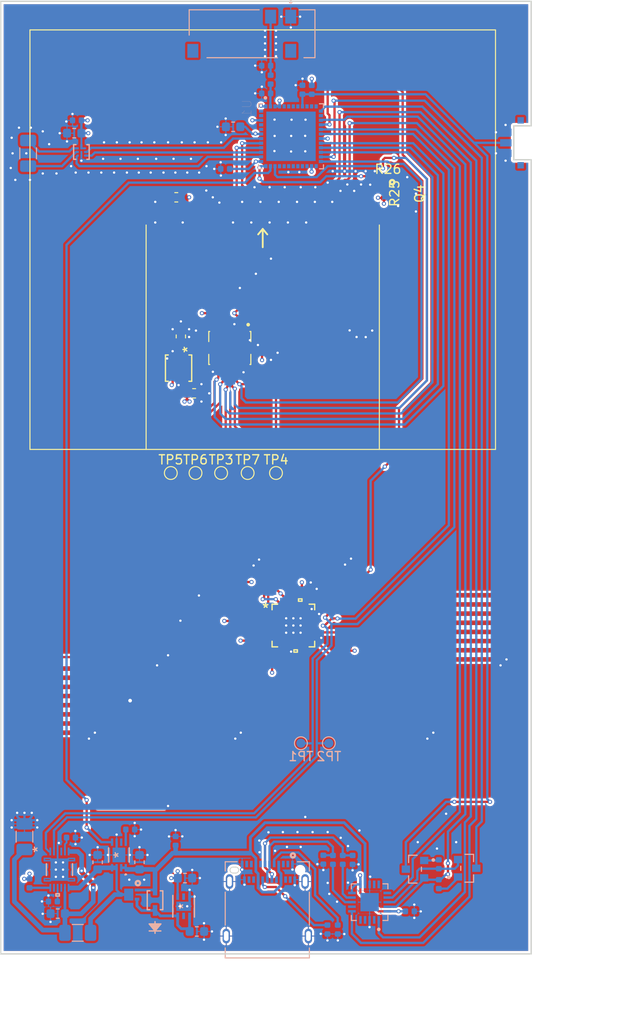
<source format=kicad_pcb>
(kicad_pcb (version 20221018) (generator pcbnew)
  (layers (0 "F.Cu" signal) (1 "In1.Cu" power "3.3v.Cu") (2 "In2.Cu" power "GND.Cu") (31 "B.Cu" signal) (34 "B.Paste" user) (35 "F.Paste" user) (36 "B.SilkS" user "B.Silkscreen") (37 "F.SilkS" user "F.Silkscreen") (38 "B.Mask" user) (39 "F.Mask" user) (44 "Edge.Cuts" user))
  (net 0 "")
  (net 1 "GND")
  (net 2 "Net-(C2-Pad1)")
  (net 3 "Net-(C3-Pad1)")
  (net 4 "+3V3")
  (net 5 "Net-(U1-Pad5)")
  (net 6 "Net-(U1-Pad6)")
  (net 7 "Net-(U1-Pad7)")
  (net 8 "Net-(U1-Pad8)")
  (net 9 "Net-(U1-Pad10)")
  (net 10 "Net-(U1-Pad11)")
  (net 11 "Net-(U1-Pad12)")
  (net 12 "Net-(U1-Pad14)")
  (net 13 "Net-(U1-Pad25)")
  (net 14 "Net-(U1-Pad27)")
  (net 15 "Net-(U1-Pad28)")
  (net 16 "Net-(U1-Pad29)")
  (net 17 "Net-(U1-Pad30)")
  (net 18 "Net-(U1-Pad31)")
  (net 19 "Net-(U1-Pad32)")
  (net 20 "Net-(U1-Pad33)")
  (net 21 "VBUS_POWER")
  (net 22 "CHARGER_IN")
  (net 23 "VREG_IN")
  (net 24 "Net-(C10-Pad1)")
  (net 25 "Net-(C11-Pad1)")
  (net 26 "Net-(C12-Pad1)")
  (net 27 "VBATT")
  (net 28 "Net-(C14-Pad1)")
  (net 29 "+1V8")
  (net 30 "Net-(J1-PadA2)")
  (net 31 "Net-(J1-PadA3)")
  (net 32 "Net-(J1-PadA5)")
  (net 33 "Net-(J1-PadA8)")
  (net 34 "Net-(J1-PadA10)")
  (net 35 "Net-(J1-PadA11)")
  (net 36 "Net-(J1-PadB2)")
  (net 37 "Net-(J1-PadB3)")
  (net 38 "Net-(J1-PadB5)")
  (net 39 "Net-(J1-PadB8)")
  (net 40 "Net-(J1-PadB10)")
  (net 41 "Net-(J1-PadB11)")
  (net 42 "Net-(R3-Pad1)")
  (net 43 "Net-(R6-Pad1)")
  (net 44 "Net-(R9-Pad2)")
  (net 45 "Net-(R10-Pad1)")
  (net 46 "Net-(R11-Pad1)")
  (net 47 "Net-(R12-Pad1)")
  (net 48 "Net-(R13-Pad1)")
  (net 49 "Net-(R14-Pad1)")
  (net 50 "STAT")
  (net 51 "Net-(U2-Pad7)")
  (net 52 "Net-(U3-Pad2)")
  (net 53 "~{CTS}")
  (net 54 "Net-(U4-Pad7)")
  (net 55 "Net-(U4-Pad16)")
  (net 56 "TXD")
  (net 57 "~{RTS}")
  (net 58 "RXD")
  (net 59 "Net-(U4-Pad2)")
  (net 60 "Net-(U4-Pad4)")
  (net 61 "Net-(U4-Pad5)")
  (net 62 "Net-(U4-Pad14)")
  (net 63 "Net-(U4-Pad15)")
  (net 64 "SDA")
  (net 65 "SCL")
  (net 66 "Net-(U5-Pad4)")
  (net 67 "Net-(U5-Pad9)")
  (net 68 "Net-(U5-Pad11)")
  (net 69 "Net-(U6-Pad10)")
  (net 70 "Net-(U6-Pad11)")
  (net 71 "Net-(U6-Pad12)")
  (net 72 "Net-(U6-Pad15)")
  (net 73 "Net-(U6-Pad16)")
  (net 74 "Net-(U6-Pad17)")
  (net 75 "INT")
  (net 76 "~{RESET}")
  (net 77 "OUTP")
  (net 78 "DIN")
  (net 79 "OUTN")
  (net 80 "BCLK")
  (net 81 "LRCLK")
  (net 82 "Net-(U8-Pad9)")
  (net 83 "Net-(U8-Pad5)")
  (net 84 "Net-(U8-Pad6)")
  (net 85 "Net-(U8-Pad7)")
  (net 86 "Net-(U8-Pad8)")
  (net 87 "~{LCD_CSX}")
  (net 88 "LCD_SCL")
  (net 89 "LCD_DCX")
  (net 90 "LCD_SDA")
  (net 91 "Net-(U9-Pad47)")
  (net 92 "Net-(U9-Pad46)")
  (net 93 "Net-(U9-Pad45)")
  (net 94 "Net-(U9-Pad44)")
  (net 95 "Net-(U9-Pad39)")
  (net 96 "Net-(U9-Pad33)")
  (net 97 "Net-(U10-Pad2)")
  (net 98 "Net-(U10-Pad5)")
  (net 99 "UP")
  (net 100 "LEFT")
  (net 101 "DOWN")
  (net 102 "RIGHT")
  (net 103 "A")
  (net 104 "B")
  (net 105 "START")
  (net 106 "SELECT")
  (net 107 "Net-(U6-Pad7)")
  (net 108 "Net-(U6-Pad8)")
  (net 109 "Net-(R7-Pad1)")
  (net 110 "Net-(Q2-Pad1)")
  (net 111 "EN")
  (net 112 "IO0")
  (net 113 "Net-(Q3-Pad1)")
  (net 114 "~{DTR}")
  (net 115 "LEDA")
  (net 116 "Net-(Q4-Pad1)")
  (net 117 "BKLIGHT")
  (footprint "Resistor_SMD:R_0402_1005Metric" (layer "F.Cu") (at 150.06 74.375)
    (fp_text reference "C18" hide)
    (fp_text value "0.1uF" hide)
  )
  (footprint "Resistor_SMD:R_0402_1005Metric" (layer "F.Cu") (at 160.9 71.465 -90)
    (fp_text reference "R12" hide)
    (fp_text value "330" hide)
  )
  (footprint "Resistor_SMD:R_0402_1005Metric" (layer "F.Cu") (at 160.4 57.2 90)
    (fp_text reference "R13" hide)
    (fp_text value "330" hide)
  )
  (footprint "Resistor_SMD:R_0402_1005Metric" (layer "F.Cu") (at 159.9 71.465 -90)
    (fp_text reference "R14" hide)
    (fp_text value "330" hide)
  )
  (footprint "Resistor_SMD:R_0402_1005Metric" (layer "F.Cu") (at 142.35 73.135 90)
    (fp_text reference "C17" hide)
    (fp_text value "0.1uF" hide)
  )
  (footprint "Resistor_SMD:R_0402_1005Metric" (layer "F.Cu") (at 142.985 57.4)
    (fp_text reference "C22" hide)
    (fp_text value "0.1uF")
  )
  (footprint "Digi-Key:QFN50P450X350X100-21N" (layer "F.Cu") (at 146.05 73.85 -90)
    (fp_text reference "U8" hide)
    (fp_text value "TXS0108ERGYR" hide)
  )
  (footprint "Resistor_SMD:R_0402_1005Metric" (layer "F.Cu") (at 146.715 102.525)
    (fp_text reference "R15" hide)
    (fp_text value "100k")
  )
  (footprint "Resistor_SMD:R_0402_1005Metric" (layer "F.Cu") (at 148.54 105.8)
    (fp_text reference "R18" hide)
    (fp_text value "100k")
  )
  (footprint "Resistor_SMD:R_0402_1005Metric" (layer "F.Cu") (at 158.79 105.775 180)
    (fp_text reference "R19" hide)
    (fp_text value "100k")
  )
  (footprint "Resistor_SMD:R_0402_1005Metric" (layer "F.Cu") (at 158.46 106.9 180)
    (fp_text reference "R20" hide)
    (fp_text value "100k")
  )
  (footprint "Resistor_SMD:R_0402_1005Metric" (layer "F.Cu") (at 147.165 99.4 180)
    (fp_text reference "R21" hide)
    (fp_text value "100k")
  )
  (footprint "Resistor_SMD:R_0402_1005Metric" (layer "F.Cu") (at 151.075 99.36 90)
    (fp_text reference "R22" hide)
    (fp_text value "100k")
  )
  (footprint "Buttons:Button_Pad" (layer "F.Cu") (at 135.65 119.85)
    (fp_text reference "SW3" hide)
    (fp_text value "SW_SPST")
  )
  (footprint "Buttons:Button_Pad" (layer "F.Cu") (at 143.65 111.85)
    (fp_text reference "SW4" hide)
    (fp_text value "SW_SPST")
  )
  (footprint "Buttons:Button_Pad" (layer "F.Cu") (at 172.65 103.85)
    (fp_text reference "SW5" hide)
    (fp_text value "SW_SPST")
  )
  (footprint "Buttons:Button_Pad" (layer "F.Cu") (at 164.65 111.85)
    (fp_text reference "SW6" hide)
    (fp_text value "SW_SPST")
  )
  (footprint "Buttons:Button_Pad" (layer "F.Cu") (at 145.65 92.944)
    (fp_text reference "SW7" hide)
    (fp_text value "SW_SPST")
  )
  (footprint "Buttons:Button_Pad" (layer "F.Cu") (at 155.65 92.85)
    (fp_text reference "SW8" hide)
    (fp_text value "SW_SPST")
  )
  (footprint "Resistor_SMD:R_0603_1608Metric" (layer "F.Cu") (at 142.15 78.8)
    (fp_text reference "C9" hide)
    (fp_text value "1uF" hide)
  )
  (footprint "Resistor_SMD:R_0603_1608Metric" (layer "F.Cu") (at 140.7 72.5875 90)
    (fp_text reference "C8" hide)
    (fp_text value "1uF" hide)
  )
  (footprint "Digi-Key:TPS78218DRVR" (layer "F.Cu") (at 140.45 76.05 -90)
    (fp_text reference "U3" hide)
    (fp_text value "TPS78218DRVR" hide)
  )
  (footprint "Buttons:Button_Pad" (layer "F.Cu") (at 135.65 103.85)
    (fp_text reference "SW1" hide)
    (fp_text value "SW_SPST")
  )
  (footprint "Buttons:Button_Pad" (layer "F.Cu") (at 127.65 111.85)
    (fp_text reference "SW2" hide)
    (fp_text value "SW_SPST")
  )
  (footprint "Digi-Key:TCA6416ARTWR" (layer "F.Cu") (at 153 104.15)
    (fp_text reference "U6" hide)
    (fp_text value "TCA6416ARTWR" hide)
  )
  (footprint "Resistor_SMD:R_0402_1005Metric" (layer "F.Cu") (at 146.715 103.65)
    (fp_text reference "R16" hide)
    (fp_text value "100k")
  )
  (footprint "Resistor_SMD:R_0402_1005Metric" (layer "F.Cu") (at 150.7 108.015 90)
    (fp_text reference "R17" hide)
    (fp_text value "100k")
  )
  (footprint "Capacitor_SMD:C_0402_1005Metric" (layer "F.Cu") (at 154.415 100.165)
    (fp_text reference "C24" hide)
    (fp_text value "0.1uF")
  )
  (footprint "Resistor_SMD:R_0402_1005Metric" (layer "F.Cu") (at 161.4 57.2 90)
    (fp_text reference "R11" hide)
    (fp_text value "330" hide)
  )
  (footprint "TestPoint:TestPoint_Pad_D1.0mm" (layer "F.Cu") (at 145.1 87.5)
    (fp_text reference "TP3")
    (fp_text value "TestPoint")
  )
  (footprint "TestPoint:TestPoint_Pad_D1.0mm" (layer "F.Cu") (at 151.1 87.5)
    (fp_text reference "TP4")
    (fp_text value "TestPoint")
  )
  (footprint "TestPoint:TestPoint_Pad_D1.0mm" (layer "F.Cu") (at 139.6 87.5)
    (fp_text reference "TP5")
    (fp_text value "TestPoint")
  )
  (footprint "TestPoint:TestPoint_Pad_D1.0mm" (layer "F.Cu") (at 142.3 87.5)
    (fp_text reference "TP6")
    (fp_text value "TestPoint")
  )
  (footprint "TestPoint:TestPoint_Pad_D1.0mm" (layer "F.Cu") (at 148 87.5)
    (fp_text reference "TP7")
    (fp_text value "TestPoint")
  )
  (footprint "Digi-Key:X2-DFN2015-3" (layer "F.Cu") (at 164.8 57 -90)
    (fp_text reference "Q4")
    (fp_text value "DMP1045UFY4")
  )
  (footprint "Resistor_SMD:R_0402_1005Metric" (layer "F.Cu") (at 162.9 56.985 -90)
    (fp_text reference "R25")
    (fp_text value "10k")
  )
  (footprint "Resistor_SMD:R_0402_1005Metric" (layer "F.Cu") (at 163.35 55.5)
    (fp_text reference "R26")
    (fp_text value "150")
  )
  (footprint "Capacitor_SMD:C_0603_1608Metric" (layer "F.Cu") (at 140.2 57.4 180)
    (fp_text reference "C23" hide)
    (fp_text value "10uF")
  )
  (footprint "EastRising:ER-CON50HT-1-INV" (layer "F.Cu") (at 149.65 62.85)
    (fp_text reference "U9" hide)
    (fp_text value "ER-TFT023-1" hide)
  )
  (footprint "Resistor_SMD:R_0402_1005Metric" (layer "F.Cu") (at 158.9 57.2 90)
    (fp_text reference "C21" hide)
    (fp_text value "0.1uF")
  )
  (footprint "Resistor_SMD:R_0603_1608Metric" (layer "B.Cu") (at 136.175 129.9875 90)
    (fp_text reference "C6" hide)
    (fp_text value "4.7uF" hide)
  )
  (footprint "Resistor_SMD:R_0603_1608Metric" (layer "B.Cu") (at 131.6 129.9875 90)
    (fp_text reference "C7" hide)
    (fp_text value "4.7uF" hide)
  )
  (footprint "Resistor_SMD:R_0402_1005Metric" (layer "B.Cu") (at 156.275 129.715 -90)
    (fp_text reference "C10" hide)
    (fp_text value "12pF" hide)
  )
  (footprint "Resistor_SMD:R_0402_1005Metric" (layer "B.Cu") (at 165.735 135.35)
    (fp_text reference "C12" hide)
    (fp_text value "100nF" hide)
  )
  (footprint "Resistor_SMD:R_0603_1608Metric" (layer "B.Cu") (at 129.0375 50.4 180)
    (fp_text reference "C15" hide)
    (fp_text value "10uF" hide)
  )
  (footprint "Resistor_SMD:R_0402_1005Metric" (layer "B.Cu") (at 135.165 126.425)
    (fp_text reference "R3" hide)
    (fp_text value "2K(5%)" hide)
  )
  (footprint "Resistor_SMD:R_0402_1005Metric" (layer "B.Cu") (at 124.15 132.3 -90)
    (fp_text reference "R9" hide)
    (fp_text value "10K" hide)
  )
  (footprint "Resistor_SMD:R_0402_1005Metric" (layer "B.Cu") (at 126.71 134.275 180)
    (fp_text reference "R10" hide)
    (fp_text value "10K" hide)
  )
  (footprint "Digi-Key:MAX98357AEWL&plus_T" (layer "B.Cu") (at 129.825 52.45 180)
    (fp_text reference "U7" hide)
    (fp_text value "MAX98357AEWL+T" hide)
  )
  (footprint "Digi-Key:QFN50P400X400X80-21N" (layer "B.Cu") (at 161.335 134.35 90)
    (fp_text reference "U4" hide)
    (fp_text value "FT231XQ-R" hide)
  )
  (footprint "Resistor_SMD:R_0402_1005Metric" (layer "B.Cu") (at 157.85 137.34 90)
    (fp_text reference "R4" hide)
    (fp_text value "5.1K(10%)" hide)
  )
  (footprint "Resistor_SMD:R_0603_1608Metric" (layer "B.Cu") (at 141.15 131.725)
    (fp_text reference "C19" hide)
    (fp_text value "1uF")
  )
  (footprint "Digi-Key:MCP73831T-2ACI&slash_MC" (layer "B.Cu") (at 133.925 129.2 90)
    (fp_text reference "U2" hide)
    (fp_text value "MCP73831T-2ACI_MC" hide)
  )
  (footprint "Digi-Key:X2-DFN2015-3" (layer "B.Cu") (at 135 133.525 -90)
    (fp_text reference "Q1" hide)
    (fp_text value "DMP1045UFY4")
  )
  (footprint "Resistor_SMD:R_0603_1608Metric" (layer "B.Cu") (at 142.45 137.55)
    (fp_text reference "C20" hide)
    (fp_text value "1uF")
  )
  (footprint "Resistor_SMD:R_0402_1005Metric" (layer "B.Cu") (at 157.325 129.735 90)
    (fp_text reference "R6" hide)
    (fp_text value "27" hide)
  )
  (footprint "Resistor_SMD:R_0402_1005Metric" (layer "B.Cu") (at 158.4 129.735 90)
    (fp_text reference "R7" hide)
    (fp_text value "27" hide)
  )
  (footprint "Resistor_SMD:R_0402_1005Metric" (layer "B.Cu") (at 156.725 137.34 90)
    (fp_text reference "R5" hide)
    (fp_text value "5.1K(10%)" hide)
  )
  (footprint "Resistor_SMD:R_0402_1005Metric" (layer "B.Cu") (at 159.475 129.735 -90)
    (fp_text reference "C11" hide)
    (fp_text value "12pF" hide)
  )
  (footprint "Digi-Key:BQ27441DRZT-G1A" (layer "B.Cu") (at 127.425 130.8 -90)
    (fp_text reference "U5" hide)
    (fp_text value "BQ27441DRZT-G1A" hide)
  )
  (footprint "Resistor_SMD:R_1206_3216Metric" (layer "B.Cu") (at 129.425 137.7 180)
    (fp_text reference "R8" hide)
    (fp_text value "0.01" hide)
  )
  (footprint "Resistor_SMD:R_0402_1005Metric" (layer "B.Cu") (at 128.685 127.3)
    (fp_text reference "C14" hide)
    (fp_text value "0.47uF" hide)
  )
  (footprint "Resistor_SMD:R_0603_1608Metric" (layer "B.Cu") (at 127.2375 135.6 180)
    (fp_text reference "C13" hide)
    (fp_text value "1uF" hide)
  )
  (footprint "Resistor_SMD:R_0402_1005Metric" (layer "B.Cu") (at 140.125 127.665 90)
    (fp_text reference "R2" hide)
    (fp_text value "100K(5%)" hide)
  )
  (footprint "Digi-Key:BAT20JFILM" (layer "B.Cu") (at 137.875 134.1426 90)
    (fp_text reference "D1" hide)
    (fp_text value "‎BAT20JFILM" hide)
  )
  (footprint "Resistor_SMD:R_0402_1005Metric" (layer "B.Cu") (at 129.34 49 180)
    (fp_text reference "C16" hide)
    (fp_text value "0.1uF" hide)
  )
  (footprint "Capacitor_SMD:C_0402_1005Metric" (layer "B.Cu") (at 153.99 45.655 90)
    (fp_text reference "C1" hide)
    (fp_text value "0.1uF/25V(10%)" hide)
  )
  (footprint "Capacitor_SMD:C_0402_1005Metric" (layer "B.Cu") (at 150.025 46.06 180)
    (fp_text reference "C2" hide)
    (fp_text value "4.7pF/25V(±0.5pF)" hide)
  )
  (footprint "Capacitor_SMD:C_0402_1005Metric" (layer "B.Cu") (at 150.025 43.03 180)
    (fp_text reference "C3" hide)
    (fp_text value "2.7pF/25V(±0.5pF)" hide)
  )
  (footprint "Digi-Key:ANT_PRO-OB-440" (layer "B.Cu") (at 152.71 37.68 180)
    (fp_text reference "E1" hide)
    (fp_text value "PRO-OB-440" hide)
  )
  (footprint "Capacitor_SMD:C_0402_1005Metric" (layer "B.Cu") (at 150.51 44.555 90)
    (fp_text reference "L1" hide)
    (fp_text value "1.6nH±0.3nH" hide)
  )
  (footprint "Capacitor_SMD:C_0402_1005Metric" (layer "B.Cu") (at 155.01 45.665 -90)
    (fp_text reference "R1" hide)
    (fp_text value "10k(1%)" hide)
  )
  (footprint "Digi-Key:PQFN50P700X700X104-49N" (layer "B.Cu") (at 152.74 50.74 -90)
    (fp_text reference "U1")
    (fp_text value "ESP32-PICO-D4" hide)
  )
  (footprint "Capacitor_SMD:C_0603_1608Metric" (layer "B.Cu") (at 146.4125 49.7 180)
    (fp_text reference "C4" hide)
    (fp_text value "10uF/6.3V(10%)" hide)
  )
  (footprint "Resistor_SMD:R_1206_3216Metric" (layer "B.Cu") (at 123.6 127.2 90)
    (fp_text reference "J2" hide)
    (fp_text value "Conn_01x02")
  )
  (footprint "Resistor_SMD:R_1206_3216Metric" (layer "B.Cu") (at 124 52.6 90)
    (fp_text reference "J3" hide)
    (fp_text value "Conn_01x02")
  )
  (footprint "Capacitor_SMD:C_0402_1005Metric" (layer "B.Cu") (at 145.545 54.3 180)
    (fp_text reference "C5" hide)
    (fp_text value "0.1uF/25V(10%)" hide)
  )
  (footprint "Digi-Key:EVPAE" (layer "B.Cu") (at 177.15 51.45 -90)
    (fp_text reference "SW9" hide)
    (fp_text value "SW_SPST")
  )
  (footprint "Digi-Key:AMPHENOL_12401610E4#2A" (layer "B.Cu") (at 150.15 130.85 180)
    (fp_text reference "J1" hide)
    (fp_text value "12401610E4#2A" hide)
    (fp_line (start 3.45 0.325) (end 3.75 0.325) (stroke (width 0.1)) (layer "Edge.Cuts"))
    (fp_line (start 3.75 -0.325) (end 3.45 -0.325) (stroke (width 0.1)) (layer "Edge.Cuts"))
    (fp_arc (start 3.45 0.325) (mid 3.125 0) (end 3.45 -0.325) (stroke (width 0.1)) (layer "Edge.Cuts"))
    (fp_arc (start 3.75 -0.325) (mid 4.075 0) (end 3.75 0.325) (stroke (width 0.1)) (layer "Edge.Cuts"))
  )
  (footprint "Digi-Key:TLV75733PDRVR" (layer "B.Cu") (at 141 134.8 -90)
    (fp_text reference "U10" hide)
    (fp_text value "TLV75733PDRVR" hide)
  )
  (footprint "Digi-Key:TRANS_MMSS8050-H-TP" (layer "B.Cu") (at 172 130.65)
    (fp_text reference "Q3" hide)
    (fp_text value "MMSS8050-H-TP")
  )
  (footprint "Resistor_SMD:R_0402_1005Metric" (layer "B.Cu") (at 168.9 132.385 90)
    (fp_text reference "R24" hide)
    (fp_text value "10K")
  )
  (footprint "Resistor_SMD:R_0402_1005Metric" (layer "B.Cu") (at 168.9 130.215 -90)
    (fp_text reference "R23" hide)
    (fp_text value "10K")
  )
  (footprint "Digi-Key:TRANS_MMSS8050-H-TP" (layer "B.Cu") (at 166.3 130.75 180)
    (fp_text reference "Q2" hide)
    (fp_text value "MMSS8050-H-TP")
  )
  (footprint "TestPoint:TestPoint_Pad_D1.0mm" (layer "B.Cu") (at 153.825001 117)
    (fp_text reference "TP1")
    (fp_text value "TestPoint")
  )
  (footprint "TestPoint:TestPoint_Pad_D1.0mm" (layer "B.Cu") (at 156.875001 117)
    (fp_text reference "TP2")
    (fp_text value "TestPoint")
  )
  (gr_line (start 179 36) (end 179 49.6) (stroke (width 0.15)) (layer "Edge.Cuts"))
  (gr_line (start 179 53.3) (end 179 140) (stroke (width 0.15)) (layer "Edge.Cuts"))
  (gr_line (start 177.1 53.3) (end 177.1 49.6) (stroke (width 0.15)) (layer "Edge.Cuts"))
  (gr_line (start 179 53.3) (end 177.1 53.3) (stroke (width 0.15)) (layer "Edge.Cuts"))
  (gr_line (start 121 36) (end 179 36) (stroke (width 0.15)) (layer "Edge.Cuts"))
  (gr_line (start 121 140) (end 179 140) (stroke (width 0.15)) (layer "Edge.Cuts"))
  (gr_line (start 121 36) (end 121 140) (stroke (width 0.15)) (layer "Edge.Cuts"))
  (gr_line (start 177.1 49.6) (end 179 49.6) (stroke (width 0.15)) (layer "Edge.Cuts"))
  (segment (start 139.3 123.9) (end 139.3 123.9) (width 0.25) (layer "F.Cu") (net 1))
  (segment (start 147.25 115.85) (end 147.3 115.9) (width 0.25) (layer "F.Cu") (net 1))
  (segment (start 147.3 75.535) (end 147.3 74.889998) (width 0.25) (layer "F.Cu") (net 1))
  (segment (start 138.65 107.95) (end 138.1 108.5) (width 0.5) (layer "F.Cu") (net 1))
  (segment (start 139.25 123.85) (end 139.3 123.9) (width 0.25) (layer "F.Cu") (net 1))
  (segment (start 131.25 115.85) (end 131.3 115.9) (width 0.25) (layer "F.Cu") (net 1))
  (segment (start 146.8 72.165) (end 146.8 73.1) (width 0.25) (layer "F.Cu") (net 1))
  (segment (start 130.65 115.85) (end 130.65 116.45) (width 0.5) (layer "F.Cu") (net 1))
  (segment (start 144.3 75.535) (end 144.3 74.889998) (width 0.25) (layer "F.Cu") (net 1))
  (segment (start 168.3 115.85) (end 168.35 115.9) (width 0.25) (layer "F.Cu") (net 1))
  (segment (start 147.3 74.889998) (end 146.260002 73.85) (width 0.25) (layer "F.Cu") (net 1))
  (segment (start 145.339998 73.85) (end 146.05 73.85) (width 0.25) (layer "F.Cu") (net 1))
  (segment (start 167.65 116.5) (end 167.7 116.55) (width 0.25) (layer "F.Cu") (net 1))
  (segment (start 147.8 72.810002) (end 146.760002 73.85) (width 0.25) (layer "F.Cu") (net 1))
  (segment (start 138.65 107.85) (end 138.65 107.95) (width 0.25) (layer "F.Cu") (net 1))
  (segment (start 148.65 96.944) (end 148.65 97.65) (width 0.5) (layer "F.Cu") (net 1))
  (segment (start 130.65 115.85) (end 131.25 115.85) (width 0.5) (layer "F.Cu") (net 1))
  (segment (start 148.656 96.95) (end 148.65 96.944) (width 0.25) (layer "F.Cu") (net 1))
  (segment (start 146.65 115.85) (end 146.65 116.45) (width 0.5) (layer "F.Cu") (net 1))
  (segment (start 146.260002 73.85) (end 146.05 73.85) (width 0.25) (layer "F.Cu") (net 1))
  (segment (start 158.65 96.85) (end 159.35 96.85) (width 0.5) (layer "F.Cu") (net 1))
  (segment (start 139.800001 75) (end 139.800001 75.400001) (width 0.25) (layer "F.Cu") (net 1))
  (segment (start 152.749937 105.894937) (end 152.749937 105.28) (width 0.25) (layer "F.Cu") (net 1))
  (segment (start 175.65 107.85) (end 176.35 107.85) (width 0.5) (layer "F.Cu") (net 1))
  (segment (start 147.8 75.535) (end 147.8 74.855) (width 0.25) (layer "F.Cu") (net 1))
  (segment (start 138.65 123.85) (end 139.25 123.85) (width 0.5) (layer "F.Cu") (net 1))
  (segment (start 146.3 72.165) (end 146.3 73.6) (width 0.25) (layer "F.Cu") (net 1))
  (segment (start 146.795 73.85) (end 146.05 73.85) (width 0.25) (layer "F.Cu") (net 1))
  (segment (start 175.65 107.85) (end 175.65 108.55) (width 0.5) (layer "F.Cu") (net 1))
  (segment (start 147.8 72.165) (end 147.8 72.810002) (width 0.25) (layer "F.Cu") (net 1))
  (segment (start 139.800001 75.400001) (end 140.45 76.05) (width 0.25) (layer "F.Cu") (net 1))
  (segment (start 146.3 73.6) (end 146.05 73.85) (width 0.25) (layer "F.Cu") (net 1))
  (segment (start 158.65 96.85) (end 158.65 97.55) (width 0.5) (layer "F.Cu") (net 1))
  (segment (start 146.65 116.45) (end 146.7 116.5) (width 0.25) (layer "F.Cu") (net 1))
  (segment (start 146.65 115.85) (end 147.25 115.85) (width 0.5) (layer "F.Cu") (net 1))
  (segment (start 148.235 73.6) (end 146.3 73.6) (width 0.25) (layer "F.Cu") (net 1))
  (segment (start 146.8 73.1) (end 146.05 73.85) (width 0.25) (layer "F.Cu") (net 1))
  (segment (start 146.760002 73.85) (end 146.05 73.85) (width 0.25) (layer "F.Cu") (net 1))
  (segment (start 149.25 96.95) (end 148.656 96.95) (width 0.5) (layer "F.Cu") (net 1))
  (segment (start 144.3 74.889998) (end 145.339998 73.85) (width 0.25) (layer "F.Cu") (net 1))
  (segment (start 167.65 115.85) (end 168.3 115.85) (width 0.5) (layer "F.Cu") (net 1))
  (segment (start 167.65 115.85) (end 167.65 116.5) (width 0.5) (layer "F.Cu") (net 1))
  (segment (start 147.8 74.855) (end 146.795 73.85) (width 0.25) (layer "F.Cu") (net 1))
  (segment (start 138.65 107.85) (end 138.85 107.85) (width 0.25) (layer "F.Cu") (net 1))
  (segment (start 130.65 116.45) (end 130.7 116.5) (width 0.25) (layer "F.Cu") (net 1))
  (segment (start 138.7 123.9) (end 138.65 123.85) (width 0.25) (layer "F.Cu") (net 1))
  (segment (start 138.85 107.85) (end 139.3 107.4) (width 0.5) (layer "F.Cu") (net 1))
  (via (at 141.6 71.8) (size 0.4572) (drill 0.254) (layers "F.Cu" "B.Cu") (net 1))
  (via (at 151.85 126.7) (size 0.4572) (drill 0.254) (layers "F.Cu" "B.Cu") (net 1))
  (via (at 150.275 126.725) (size 0.4572) (drill 0.254) (layers "F.Cu" "B.Cu") (net 1))
  (via (at 149.275 127.625) (size 0.4572) (drill 0.254) (layers "F.Cu" "B.Cu") (net 1))
  (via (at 158.175 127.325) (size 0.4572) (drill 0.254) (layers "F.Cu" "B.Cu") (net 1))
  (via (at 160.125 130.225) (size 0.4572) (drill 0.254) (layers "F.Cu" "B.Cu") (net 1))
  (via (at 161.325 137.075) (size 0.4572) (drill 0.254) (layers "F.Cu" "B.Cu") (net 1))
  (via (at 145.6 48.8) (size 0.4572) (drill 0.254) (layers "F.Cu" "B.Cu") (net 1))
  (via (at 144.7 49.7) (size 0.4572) (drill 0.254) (layers "F.Cu" "B.Cu") (net 1))
  (via (at 149.55 45.325) (size 0.4572) (drill 0.254) (layers "F.Cu" "B.Cu") (net 1))
  (via (at 148.825 46.05) (size 0.4572) (drill 0.254) (layers "F.Cu" "B.Cu") (net 1))
  (via (at 149.55 43.75) (size 0.4572) (drill 0.254) (layers "F.Cu" "B.Cu") (net 1))
  (via (at 148.825 43.025) (size 0.4572) (drill 0.254) (layers "F.Cu" "B.Cu") (net 1))
  (via (at 151.1 42) (size 0.4572) (drill 0.254) (layers "F.Cu" "B.Cu") (net 1))
  (via (at 149.9 42) (size 0.4572) (drill 0.254) (layers "F.Cu" "B.Cu") (net 1))
  (via (at 149.9 41.3) (size 0.4572) (drill 0.254) (layers "F.Cu" "B.Cu") (net 1))
  (via (at 151.1 41.3) (size 0.4572) (drill 0.254) (layers "F.Cu" "B.Cu") (net 1))
  (via (at 149.9 40.6) (size 0.4572) (drill 0.254) (layers "F.Cu" "B.Cu") (net 1))
  (via (at 151.1 40.6) (size 0.4572) (drill 0.254) (layers "F.Cu" "B.Cu") (net 1))
  (via (at 149.9 39.9) (size 0.4572) (drill 0.254) (layers "F.Cu" "B.Cu") (net 1))
  (via (at 151.1 39.9) (size 0.4572) (drill 0.254) (layers "F.Cu" "B.Cu") (net 1))
  (via (at 151.1 39.2) (size 0.4572) (drill 0.254) (layers "F.Cu" "B.Cu") (net 1))
  (via (at 149.9 39.2) (size 0.4572) (drill 0.254) (layers "F.Cu" "B.Cu") (net 1))
  (via (at 153.74 37.68) (size 0.4572) (drill 0.254) (layers "F.Cu" "B.Cu") (net 1))
  (via (at 151.68 37.68) (size 0.4572) (drill 0.254) (layers "F.Cu" "B.Cu") (net 1))
  (via (at 152.72 38.86) (size 0.4572) (drill 0.254) (layers "F.Cu" "B.Cu") (net 1))
  (via (at 154 44.45) (size 0.4572) (drill 0.254) (layers "F.Cu" "B.Cu") (net 1))
  (via (at 153.25 45.16) (size 0.4572) (drill 0.254) (layers "F.Cu" "B.Cu") (net 1))
  (via (at 150.94 48.92) (size 0.4572) (drill 0.254) (layers "F.Cu" "B.Cu") (net 1))
  (via (at 154.33 48.93) (size 0.4572) (drill 0.254) (layers "F.Cu" "B.Cu") (net 1))
  (via (at 152.8 48.93) (size 0.4572) (drill 0.254) (layers "F.Cu" "B.Cu") (net 1))
  (via (at 152.76 50.7) (size 0.4572) (drill 0.254) (layers "F.Cu" "B.Cu") (net 1))
  (via (at 150.95 50.7) (size 0.4572) (drill 0.254) (layers "F.Cu" "B.Cu") (net 1))
  (via (at 154.29 50.69) (size 0.4572) (drill 0.254) (layers "F.Cu" "B.Cu") (net 1))
  (via (at 154.3 52.38) (size 0.4572) (drill 0.254) (layers "F.Cu" "B.Cu") (net 1))
  (via (at 152.75 52.4) (size 0.4572) (drill 0.254) (layers "F.Cu" "B.Cu") (net 1))
  (via (at 150.93 52.35) (size 0.4572) (drill 0.254) (layers "F.Cu" "B.Cu") (net 1))
  (via (at 145.05 53.575) (size 0.4572) (drill 0.254) (layers "F.Cu" "B.Cu") (net 1))
  (via (at 145.075 55.025) (size 0.4572) (drill 0.254) (layers "F.Cu" "B.Cu") (net 1))
  (via (at 144.35 54.3) (size 0.4572) (drill 0.254) (layers "F.Cu" "B.Cu") (net 1))
  (via (at 145.6 50.6) (size 0.4572) (drill 0.254) (layers "F.Cu" "B.Cu") (net 1))
  (via (at 143.65 51.4) (size 0.4572) (drill 0.254) (layers "F.Cu" "B.Cu") (net 1))
  (via (at 176.2 49.5) (size 0.4572) (drill 0.254) (layers "F.Cu" "B.Cu") (net 1))
  (via (at 139.8 71.8) (size 0.4572) (drill 0.254) (layers "F.Cu" "B.Cu") (net 1))
  (via (at 140.7 70.95) (size 0.4572) (drill 0.254) (layers "F.Cu" "B.Cu") (net 1))
  (via (at 158.15 56.7) (size 0.4572) (drill 0.254) (layers "F.Cu" "B.Cu") (net 1))
  (via (at 157.3 54.55) (size 0.4572) (drill 0.254) (layers "F.Cu" "B.Cu") (net 1))
  (via (at 131.6 128.35) (size 0.4572) (drill 0.254) (layers "F.Cu" "B.Cu") (net 1))
  (via (at 158.65 97.5) (size 0.4572) (drill 0.254) (layers "F.Cu" "B.Cu") (net 1))
  (via (at 150.55 64.1) (size 0.4572) (drill 0.254) (layers "F.Cu" "B.Cu") (net 1))
  (via (at 146.55 71.25) (size 0.4572) (drill 0.254) (layers "F.Cu" "B.Cu") (net 1))
  (via (at 137.4 54.7) (size 0.4572) (drill 0.254) (layers "F.Cu" "B.Cu") (net 1))
  (via (at 166.93 135.36) (size 0.4572) (drill 0.254) (layers "F.Cu" "B.Cu") (net 1))
  (via (at 143.23 136.65) (size 0.4572) (drill 0.254) (layers "F.Cu" "B.Cu") (net 1))
  (via (at 129.87 127.3) (size 0.4572) (drill 0.254) (layers "F.Cu" "B.Cu") (net 1))
  (via (at 122.8 124.6) (size 0.4572) (drill 0.254) (layers "F.Cu" "B.Cu") (net 1))
  (via (at 154.9 99.45) (size 0.4572) (drill 0.254) (layers "F.Cu" "B.Cu") (net 1))
  (via (at 166.6 127.8) (size 0.4572) (drill 0.254) (layers "F.Cu" "B.Cu") (net 1))
  (via (at 143.8 78.8) (size 0.4572) (drill 0.254) (layers "F.Cu" "B.Cu") (net 1))
  (via (at 141.4 54.7) (size 0.4572) (drill 0.254) (layers "F.Cu" "B.Cu") (net 1))
  (via (at 135.06 131.9) (size 0.4572) (drill 0.254) (layers "F.Cu" "B.Cu") (net 1))
  (via (at 148.25 73) (size 0.4572) (drill 0.254) (layers "F.Cu" "B.Cu") (net 1))
  (via (at 156.05 105.5) (size 0.4572) (drill 0.254) (layers "F.Cu" "B.Cu") (net 1))
  (via (at 158.57 137.83) (size 0.4572) (drill 0.254) (layers "F.Cu" "B.Cu") (net 1))
  (via (at 156.75 132.25) (size 0.4572) (drill 0.254) (layers "F.Cu" "B.Cu") (net 1))
  (via (at 158.9 56) (size 0.4572) (drill 0.254) (layers "F.Cu" "B.Cu") (net 1))
  (via (at 144.1 137.55) (size 0.4572) (drill 0.254) (layers "F.Cu" "B.Cu") (net 1))
  (via (at 122.3 52.6) (size 0.4572) (drill 0.254) (layers "F.Cu" "B.Cu") (net 1))
  (via (at 166.22 136.07) (size 0.4572) (drill 0.254) (layers "F.Cu" "B.Cu") (net 1))
  (via (at 157.86 138.53) (size 0.4572) (drill 0.254) (layers "F.Cu" "B.Cu") (net 1))
  (via (at 156.73 138.53) (size 0.4572) (drill 0.254) (layers "F.Cu" "B.Cu") (net 1))
  (via (at 139.4 127.18) (size 0.4572) (drill 0.254) (layers "F.Cu" "B.Cu") (net 1))
  (via (at 132 54.7) (size 0.4572) (drill 0.254) (layers "F.Cu" "B.Cu") (net 1))
  (via (at 152.9 130.8) (size 0.4572) (drill 0.254) (layers "F.Cu" "B.Cu") (net 1))
  (via (at 140.86 127.17) (size 0.4572) (drill 0.254) (layers "F.Cu" "B.Cu") (net 1))
  (via (at 175.15 50.3) (size 0.4572) (drill 0.254) (layers "F.Cu" "B.Cu") (net 1))
  (via (at 140.45 77.9) (size 0.4572) (drill 0.254) (layers "F.Cu" "B.Cu") (net 1))
  (via (at 139.9 53.2) (size 0.4572) (drill 0.254) (layers "F.Cu" "B.Cu") (net 1))
  (via (at 140.65 103.625) (size 0.4572) (drill 0.254) (layers "F.Cu" "B.Cu") (net 1))
  (via (at 139.3 123.85) (size 0.4572) (drill 0.254) (layers "F.Cu" "B.Cu") (net 1))
  (via (at 165.45 55.2) (size 0.4572) (drill 0.254) (layers "F.Cu" "B.Cu") (net 1))
  (via (at 153.8 128.325) (size 0.4572) (drill 0.254) (layers "F.Cu" "B.Cu") (net 1))
  (via (at 151.275 74.375) (size 0.4572) (drill 0.254) (layers "F.Cu" "B.Cu") (net 1))
  (via (at 142.2 133.75) (size 0.4572) (drill 0.254) (layers "F.Cu" "B.Cu") (net 1))
  (via (at 142.95 79.7) (size 0.4572) (drill 0.254) (layers "F.Cu" "B.Cu") (net 1))
  (via (at 140.8 51.4) (size 0.4572) (drill 0.254) (layers "F.Cu" "B.Cu") (net 1))
  (via (at 153.45 126.7) (size 0.4572) (drill 0.254) (layers "F.Cu" "B.Cu") (net 1))
  (via (at 136.175 128.35) (size 0.4572) (drill 0.254) (layers "F.Cu" "B.Cu") (net 1))
  (via (at 125.6 50.2) (size 0.4572) (drill 0.254) (layers "F.Cu" "B.Cu") (net 1))
  (via (at 143.23 138.45) (size 0.4572) (drill 0.254) (layers "F.Cu" "B.Cu") (net 1))
  (via (at 148.4 60.15) (size 0.4572) (drill 0.254) (layers "F.Cu" "B.Cu") (net 1))
  (via (at 142.7 54.7) (size 0.4572) (drill 0.254) (layers "F.Cu" "B.Cu") (net 1))
  (via (at 158.975 128.225) (size 0.4572) (drill 0.254) (layers "F.Cu" "B.Cu") (net 1))
  (via (at 126.45 136.51) (size 0.4572) (drill 0.254) (layers "F.Cu" "B.Cu") (net 1))
  (via (at 160.225 126.525) (size 0.4572) (drill 0.254) (layers "F.Cu" "B.Cu") (net 1))
  (via (at 135.1 51.4) (size 0.4572) (drill 0.254) (layers "F.Cu" "B.Cu") (net 1))
  (via (at 166.4 58.95) (size 0.4572) (drill 0.254) (layers "F.Cu" "B.Cu") (net 1))
  (via (at 134.1 53.2) (size 0.4572) (drill 0.254) (layers "F.Cu" "B.Cu") (net 1))
  (via (at 133.4 54.7) (size 0.4572) (drill 0.254) (layers "F.Cu" "B.Cu") (net 1))
  (via (at 139.2 75) (size 0.4572) (drill 0.254) (layers "F.Cu" "B.Cu") (net 1))
  (via (at 141.8 53.2) (size 0.4572) (drill 0.254) (layers "F.Cu" "B.Cu") (net 1))
  (via (at 147.15 67.3) (size 0.4572) (drill 0.254) (layers "F.Cu" "B.Cu") (net 1))
  (via (at 139.3 107.4) (size 0.4572) (drill 0.254) (layers "F.Cu" "B.Cu") (net 1))
  (via (at 146.65 116.5) (size 0.4572) (drill 0.254) (layers "F.Cu" "B.Cu") (net 1))
  (via (at 122.1 54.2) (size 0.4572) (drill 0.254) (layers "F.Cu" "B.Cu") (net 1))
  (via (at 148.75 56.3) (size 0.4572) (drill 0.254) (layers "F.Cu" "B.Cu") (net 1))
  (via (at 125 126.2) (size 0.4572) (drill 0.254) (layers "F.Cu" "B.Cu") (net 1))
  (via (at 128.175 49.125) (size 0.4572) (drill 0.254) (layers "F.Cu" "B.Cu") (net 1))
  (via (at 127.36 127.89) (size 0.4572) (drill 0.254) (layers "F.Cu" "B.Cu") (net 1))
  (via (at 158.6 54.55) (size 0.4572) (drill 0.254) (layers "F.Cu" "B.Cu") (net 1))
  (via (at 147.65 132.45) (size 0.4572) (drill 0.254) (layers "F.Cu" "B.Cu") (net 1))
  (via (at 126.3 51.6) (size 0.4572) (drill 0.254) (layers "F.Cu" "B.Cu") (net 1))
  (via (at 159.91 72.65) (size 0.4572) (drill 0.254) (layers "F.Cu" "B.Cu") (net 1))
  (via (at 148.65 97.6) (size 0.4572) (drill 0.254) (layers "F.Cu" "B.Cu") (net 1))
  (via (at 141.6 72.65) (size 0.4572) (drill 0.254) (layers "F.Cu" "B.Cu") (net 1))
  (via (at 159.15 71.93) (size 0.4572) (drill 0.254) (layers "F.Cu" "B.Cu") (net 1))
  (via (at 168.3 115.85) (size 0.4572) (drill 0.254) (layers "F.Cu" "B.Cu") (net 1))
  (via (at 144.19 57.4) (size 0.4572) (drill 0.254) (layers "F.Cu" "B.Cu") (net 1))
  (via (at 123.6 124.6) (size 0.4572) (drill 0.254) (layers "F.Cu" "B.Cu") (net 1))
  (via (at 156.275 130.85) (size 0.4572) (drill 0.254) (layers "F.Cu" "B.Cu") (net 1))
  (via (at 155.35 57.9) (size 0.4572) (drill 0.254) (layers "F.Cu" "B.Cu") (net 1))
  (via (at 151 128.75) (size 0.4572) (drill 0.254) (layers "F.Cu" "B.Cu") (net 1))
  (via (at 166.4 57) (size 0.4572) (drill 0.254) (layers "F.Cu" "B.Cu") (net 1))
  (via (at 124.3 49.8) (size 0.4572) (drill 0.254) (layers "F.Cu" "B.Cu") (net 1))
  (via (at 160.91 72.66) (size 0.4572) (drill 0.254) (layers "F.Cu" "B.Cu") (net 1))
  (via (at 161.9 54.55) (size 0.4572) (drill 0.254) (layers "F.Cu" "B.Cu") (net 1))
  (via (at 123.8 52.6) (size 0.4572) (drill 0.254) (layers "F.Cu" "B.Cu") (net 1))
  (via (at 156.925 133.45) (size 0.4572) (drill 0.254) (layers "F.Cu" "B.Cu") (net 1))
  (via (at 136.4 51.4) (size 0.4572) (drill 0.254) (layers "F.Cu" "B.Cu") (net 1))
  (via (at 137.9 57.9) (size 0.4572) (drill 0.254) (layers "F.Cu" "B.Cu") (net 1))
  (via (at 153.4 57.9) (size 0.4572) (drill 0.254) (layers "F.Cu" "B.Cu") (net 1))
  (via (at 158.975 132.225) (size 0.4572) (drill 0.254) (layers "F.Cu" "B.Cu") (net 1))
  (via (at 142.95 77.8) (size 0.4572) (drill 0.254) (layers "F.Cu" "B.Cu") (net 1))
  (via (at 155.81 102.89) (size 0.4572) (drill 0.254) (layers "F.Cu" "B.Cu") (net 1))
  (via (at 138.8 54.7) (size 0.4572) (drill 0.254) (layers "F.Cu" "B.Cu") (net 1))
  (via (at 141.65 133) (size 0.4572) (drill 0.254) (layers "F.Cu" "B.Cu") (net 1))
  (via (at 136.35 126.425) (size 0.4572) (drill 0.254) (layers "F.Cu" "B.Cu") (net 1))
  (via (at 128.85 48.3) (size 0.4572) (drill 0.254) (layers "F.Cu" "B.Cu") (net 1))
  (via (at 160.4 56) (size 0.4572) (drill 0.254) (layers "F.Cu" "B.Cu") (net 1))
  (via (at 142.675 100.875) (size 0.4572) (drill 0.254) (layers "F.Cu" "B.Cu") (net 1))
  (via (at 149.125 73.525) (size 0.4572) (drill 0.254) (layers "F.Cu" "B.Cu") (net 1))
  (via (at 167.65 116.5) (size 0.4572) (drill 0.254) (layers "F.Cu" "B.Cu") (net 1))
  (via (at 135.65 125.7) (size 0.4572) (drill 0.254) (layers "F.Cu" "B.Cu") (net 1))
  (via (at 143.5 54) (size 0.4572) (drill 0.254) (layers "F.Cu" "B.Cu") (net 1))
  (via (at 130.65 116.5) (size 0.4572) (drill 0.254) (layers "F.Cu" "B.Cu") (net 1))
  (via (at 155.625 130.2) (size 0.4572) (drill 0.254) (layers "F.Cu" "B.Cu") (net 1))
  (via (at 175.15 52.6) (size 0.4572) (drill 0.254) (layers "F.Cu" "B.Cu") (net 1))
  (via (at 156.75 55.8) (size 0.4572) (drill 0.254) (layers "F.Cu" "B.Cu") (net 1))
  (via (at 125.59 135.62) (size 0.4572) (drill 0.254) (layers "F.Cu" "B.Cu") (net 1))
  (via (at 170.8 127.8) (size 0.4572) (drill 0.254) (layers "F.Cu" "B.Cu") (net 1))
  (via (at 153.65 54.65) (size 0.4572) (drill 0.254) (layers "F.Cu" "B.Cu") (net 1))
  (via (at 132.2 53.2) (size 0.4572) (drill 0.254) (layers "F.Cu" "B.Cu") (net 1))
  (via (at 132.3 51.4) (size 0.4572) (drill 0.254) (layers "F.Cu" "B.Cu") (net 1))
  (via (at 160.9 54.55) (size 0.4572) (drill 0.254) (layers "F.Cu" "B.Cu") (net 1))
  (via (at 155 102.35) (size 0.4572) (drill 0.254) (layers "F.Cu" "B.Cu") (net 1))
  (via (at 122.2 50.9) (size 0.4572) (drill 0.254) (layers "F.Cu" "B.Cu") (net 1))
  (via (at 149.25 96.95) (size 0.4572) (drill 0.254) (layers "F.Cu" "B.Cu") (net 1))
  (via (at 159.475 130.875) (size 0.4572) (drill 0.254) (layers "F.Cu" "B.Cu") (net 1))
  (via (at 155.55 100.15) (size 0.4572) (drill 0.254) (layers "F.Cu" "B.Cu") (net 1))
  (via (at 126.22 133.63) (size 0.4572) (drill 0.254) (layers "F.Cu" "B.Cu") (net 1))
  (via (at 135.65 127.15) (size 0.4572) (drill 0.254) (layers "F.Cu" "B.Cu") (net 1))
  (via (at 147.55 76.5) (size 0.4572) (drill 0.254) (layers "F.Cu" "B.Cu") (net 1))
  (via (at 137.8 51.4) (size 0.4572) (drill 0.254) (layers "F.Cu" "B.Cu") (net 1))
  (via (at 130.6 54.7) (size 0.4572) (drill 0.254) (layers "F.Cu" "B.Cu") (net 1))
  (via (at 142.78 131.72) (size 0.4572) (drill 0.254) (layers "F.Cu" "B.Cu") (net 1))
  (via (at 161.62 71.95) (size 0.4572) (drill 0.254) (layers "F.Cu" "B.Cu") (net 1))
  (via (at 152.4 60.15) (size 0.4572) (drill 0.254) (layers "F.Cu" "B.Cu") (net 1))
  (via (at 128.25 51.3) (size 0.4572) (drill 0.254) (layers "F.Cu" "B.Cu") (net 1))
  (via (at 133.675 126.975) (size 0.4572) (drill 0.254) (layers "F.Cu" "B.Cu") (net 1))
  (via (at 150.55 75.15) (size 0.4572) (drill 0.254) (layers "F.Cu" "B.Cu") (net 1))
  (via (at 161.4 56.025) (size 0.4572) (drill 0.254) (layers "F.Cu" "B.Cu") (net 1))
  (via (at 136.1 54.7) (size 0.4572) (drill 0.254) (layers "F.Cu" "B.Cu") (net 1))
  (via (at 152.75 107) (size 0.4572) (drill 0.254) (layers "F.Cu" "B.Cu") (net 1))
  (via (at 139.3 51.4) (size 0.4572) (drill 0.254) (layers "F.Cu" "B.Cu") (net 1))
  (via (at 125.51 134.27) (size 0.4572) (drill 0.254) (layers "F.Cu" "B.Cu") (net 1))
  (via (at 156.75 126.7) (size 0.4572) (drill 0.254) (layers "F.Cu" "B.Cu") (net 1))
  (via (at 159.8 54.55) (size 0.4572) (drill 0.254) (layers "F.Cu" "B.Cu") (net 1))
  (via (at 153.8 56.3) (size 0.4572) (drill 0.254) (layers "F.Cu" "B.Cu") (net 1))
  (via (at 139.8 74.2) (size 0.4572) (drill 0.254) (layers "F.Cu" "B.Cu") (net 1))
  (via (at 166.22 134.62) (size 0.4572) (drill 0.254) (layers "F.Cu" "B.Cu") (net 1))
  (via (at 155.4 56.3) (size 0.4572) (drill 0.254) (layers "F.Cu" "B.Cu") (net 1))
  (via (at 137.05 129.2) (size 0.4572) (drill 0.254) (layers "F.Cu" "B.Cu") (net 1))
  (via (at 149.3 128.9) (size 0.4572) (drill 0.254) (layers "F.Cu" "B.Cu") (net 1))
  (via (at 128.7 54) (size 0.4572) (drill 0.254) (layers "F.Cu" "B.Cu") (net 1))
  (via (at 130.725 129.2) (size 0.4572) (drill 0.254) (layers "F.Cu" "B.Cu") (net 1))
  (via (at 142.2 51.4) (size 0.4572) (drill 0.254) (layers "F.Cu" "B.Cu") (net 1))
  (via (at 144.91 57.98) (size 0.4572) (drill 0.254) (layers "F.Cu" "B.Cu") (net 1))
  (via (at 132.725 129.2) (size 0.4572) (drill 0.254) (layers "F.Cu" "B.Cu") (net 1))
  (via (at 146.4 60.15) (size 0.4572) (drill 0.254) (layers "F.Cu" "B.Cu") (net 1))
  (via (at 135.15 112.35) (size 0.8) (drill 0.4) (layers "F.Cu" "B.Cu") (net 1))
  (via (at 145.1 51.4) (size 0.4572) (drill 0.254) (layers "F.Cu" "B.Cu") (net 1))
  (via (at 150.4 56.3) (size 0.4572) (drill 0.254) (layers "F.Cu" "B.Cu") (net 1))
  (via (at 140.12 126.48) (size 0.4572) (drill 0.254) (layers "F.Cu" "B.Cu") (net 1))
  (via (at 127.45 50.4) (size 0.4572) (drill 0.254) (layers "F.Cu" "B.Cu") (net 1))
  (via (at 129.825 53.4) (size 0.4572) (drill 0.254) (layers "F.Cu" "B.Cu") (net 1))
  (via (at 154.3 125.05) (size 0.4572) (drill 0.254) (layers "F.Cu" "B.Cu") (net 1))
  (via (at 148.9 65.75) (size 0.4572) (drill 0.254) (layers "F.Cu" "B.Cu") (net 1))
  (via (at 129.16 126.58) (size 0.4572) (drill 0.254) (layers "F.Cu" "B.Cu") (net 1))
  (via (at 152.05 56.3) (size 0.4572) (drill 0.254) (layers "F.Cu" "B.Cu") (net 1))
  (via (at 137.9 60.15) (size 0.4572) (drill 0.254) (layers "F.Cu" "B.Cu") (net 1))
  (via (at 125.6 54.8) (size 0.4572) (drill 0.254) (layers "F.Cu" "B.Cu") (net 1))
  (via (at 154.4 60.15) (size 0.4572) (drill 0.254) (layers "F.Cu" "B.Cu") (net 1))
  (via (at 141.94 130.83) (size 0.4572) (drill 0.254) (layers "F.Cu" "B.Cu") (net 1))
  (via (at 155.99 137.81) (size 0.4572) (drill 0.254) (layers "F.Cu" "B.Cu") (net 1))
  (via (at 138 53.2) (size 0.4572) (drill 0.254) (layers "F.Cu" "B.Cu") (net 1))
  (via (at 133.7 51.4) (size 0.4572) (drill 0.254) (layers "F.Cu" "B.Cu") (net 1))
  (via (at 149.4 57.9) (size 0.4572) (drill 0.254) (layers "F.Cu" "B.Cu") (net 1))
  (via (at 124.4 124.6) (size 0.4572) (drill 0.254) (layers "F.Cu" "B.Cu") (net 1))
  (via (at 164.45 58.35) (size 0.4572) (drill 0.254) (layers "F.Cu" "B.Cu") (net 1))
  (via (at 135.125 129.2) (size 0.4572) (drill 0.254) (layers "F.Cu" "B.Cu") (net 1))
  (via (at 129.2 54.7) (size 0.4572) (drill 0.254) (layers "F.Cu" "B.Cu") (net 1))
  (via (at 140.1 54.7) (size 0.4572) (drill 0.254) (layers "F.Cu" "B.Cu") (net 1))
  (via (at 176.2 53.4) (size 0.4572) (drill 0.254) (layers "F.Cu" "B.Cu") (net 1))
  (via (at 151.4 57.9) (size 0.4572) (drill 0.254) (layers "F.Cu" "B.Cu") (net 1))
  (via (at 152.3 128.325) (size 0.4572) (drill 0.254) (layers "F.Cu" "B.Cu") (net 1))
  (via (at 152.45 54.65) (size 0.4572) (drill 0.254) (layers "F.Cu" "B.Cu") (net 1))
  (via (at 159.3 96.85) (size 0.4572) (drill 0.254) (layers "F.Cu" "B.Cu") (net 1))
  (via (at 122.2 125.4) (size 0.4572) (drill 0.254) (layers "F.Cu" "B.Cu") (net 1))
  (via (at 161.4 131.57) (size 0.4572) (drill 0.254) (layers "F.Cu" "B.Cu") (net 1))
  (via (at 122.6 55.5) (size 0.4572) (drill 0.254) (layers "F.Cu" "B.Cu") (net 1))
  (via (at 176.3 107.85) (size 0.4572) (drill 0.254) (layers "F.Cu" "B.Cu") (net 1))
  (via (at 131.3 115.85) (size 0.4572) (drill 0.254) (layers "F.Cu" "B.Cu") (net 1))
  (via (at 124.2 55.5) (size 0.4572) (drill 0.254) (layers "F.Cu" "B.Cu") (net 1))
  (via (at 122.2 126.2) (size 0.4572) (drill 0.254) (layers "F.Cu" "B.Cu") (net 1))
  (via (at 168.7 128.5) (size 0.4572) (drill 0.254) (layers "F.Cu" "B.Cu") (net 1))
  (via (at 150.4 60.15) (size 0.4572) (drill 0.254) (layers "F.Cu" "B.Cu") (net 1))
  (via (at 147.4 130.8) (size 0.4572) (drill 0.254) (layers "F.Cu" "B.Cu") (net 1))
  (via (at 129.18 128.02) (size 0.4572) (drill 0.254) (layers "F.Cu" "B.Cu") (net 1))
  (via (at 175.65 108.5) (size 0.4572) (drill 0.254) (layers "F.Cu" "B.Cu") (net 1))
  (via (at 142.35 71.95) (size 0.4572) (drill 0.254) (layers "F.Cu" "B.Cu") (net 1))
  (via (at 144.2 76.45) (size 0.4572) (drill 0.254) (layers "F.Cu" "B.Cu") (net 1))
  (via (at 157.775 134.3) (size 0.4572) (drill 0.254) (layers "F.Cu" "B.Cu") (net 1))
  (via (at 123 49.8) (size 0.4572) (drill 0.254) (layers "F.Cu" "B.Cu") (net 1))
  (via (at 134.8 54.7) (size 0.4572) (drill 0.254) (layers "F.Cu" "B.Cu") (net 1))
  (via (at 153.15 132.499998) (size 0.4572) (drill 0.254) (layers "F.Cu" "B.Cu") (net 1))
  (via (at 127.1 54.8) (size 0.4572) (drill 0.254) (layers "F.Cu" "B.Cu") (net 1))
  (via (at 169.7 124.7) (size 0.4572) (drill 0.254) (layers "F.Cu" "B.Cu") (net 1))
  (via (at 125 125.4) (size 0.4572) (drill 0.254) (layers "F.Cu" "B.Cu") (net 1))
  (via (at 155.1 126.7) (size 0.4572) (drill 0.254) (layers "F.Cu" "B.Cu") (net 1))
  (via (at 159.65 56.7) (size 0.4572) (drill 0.254) (layers "F.Cu" "B.Cu") (net 1))
  (via (at 143.48 56.66) (size 0.4572) (drill 0.254) (layers "F.Cu" "B.Cu") (net 1))
  (via (at 136 53.2) (size 0.4572) (drill 0.254) (layers "F.Cu" "B.Cu") (net 1))
  (via (at 147.4 57.9) (size 0.4572) (drill 0.254) (layers "F.Cu" "B.Cu") (net 1))
  (via (at 136.69 131.9) (size 0.4572) (drill 0.254) (layers "F.Cu" "B.Cu") (net 1))
  (via (at 140.9 60.15) (size 0.4572) (drill 0.254) (layers "F.Cu" "B.Cu") (net 1))
  (via (at 157.25 57.9) (size 0.4572) (drill 0.254) (layers "F.Cu" "B.Cu") (net 1))
  (via (at 147.25 115.85) (size 0.4572) (drill 0.254) (layers "F.Cu" "B.Cu") (net 1))
  (via (at 138.1 108.5) (size 0.4572) (drill 0.254) (layers "F.Cu" "B.Cu") (net 1))
  (segment (start 147.4 130.75) (end 147.4 130.19) (width 0.25) (layer "B.Cu") (net 1))
  (segment (start 122.2 126.2) (end 123.2 126.2) (width 0.25) (layer "B.Cu") (net 1))
  (segment (start 124.4 125) (end 123.6 125.8) (width 0.25) (layer "B.Cu") (net 1))
  (segment (start 141.65 134.47) (end 141.65 133.63) (width 0.25) (layer "B.Cu") (net 1))
  (segment (start 124 125.4) (end 123.6 125.8) (width 0.25) (layer "B.Cu") (net 1))
  (segment (start 133.675 128.95) (end 133.925 129.2) (width 0.25) (layer "B.Cu") (net 1))
  (segment (start 122.8 125) (end 122.8 124.6) (width 0.25) (layer "B.Cu") (net 1))
  (segment (start 125 126.2) (end 124 126.2) (width 0.25) (layer "B.Cu") (net 1))
  (segment (start 127.225 129.094054) (end 127.225 128.015) (width 0.2) (layer "B.Cu") (net 1))
  (segment (start 123.6 124.6) (end 123.6 125.8) (width 0.25) (layer "B.Cu") (net 1))
  (segment (start 141.65 133.01) (end 141.65 133.52) (width 0.25) (layer "B.Cu") (net 1))
  (segment (start 123.2 126.2) (end 123.6 125.8) (width 0.25) (layer "B.Cu") (net 1))
  (segment (start 142.19 133.75) (end 141.68 133.75) (width 0.25) (layer "B.Cu") (net 1))
  (segment (start 125 125.4) (end 124 125.4) (width 0.25) (layer "B.Cu") (net 1))
  (segment (start 127.225 128.015) (end 127.35 127.89) (width 0.2) (layer "B.Cu") (net 1))
  (segment (start 129.825 52.85) (end 129.825 52.45) (width 0.2) (layer "B.Cu") (net 1))
  (segment (start 161.325 136.295) (end 161.335 136.285) (width 0.25) (layer "B.Cu") (net 1))
  (segment (start 123.2 125.4) (end 123.6 125.8) (width 0.25) (layer "B.Cu") (net 1))
  (segment (start 124 126.2) (end 123.6 125.8) (width 0.25) (layer "B.Cu") (net 1))
  (segment (start 161.325 137.2) (end 161.325 136.295) (width 0.25) (layer "B.Cu") (net 1))
  (segment (start 127.225 128.819054) (end 127.225 128.7) (width 0.2) (layer "B.Cu") (net 1))
  (segment (start 124.4 124.6) (end 124.4 125) (width 0.25) (layer "B.Cu") (net 1))
  (segment (start 129.82 53.326834) (end 129.82 52.86) (width 0.2) (layer "B.Cu") (net 1))
  (segment (start 127.225 129.088622) (end 127.225 129.65) (width 0.2) (layer "B.Cu") (net 1))
  (segment (start 122.2 125.4) (end 123.2 125.4) (width 0.25) (layer "B.Cu") (net 1))
  (segment (start 127.225 128.819054) (end 127.225 128.825) (width 0.2) (layer "B.Cu") (net 1))
  (segment (start 153.15 132.45) (end 153.15 132.499998) (width 0.25) (layer "B.Cu") (net 1))
  (segment (start 152.9 130.19) (end 152.9 130.8) (width 0.25) (layer "B.Cu") (net 1))
  (segment (start 127.225 128.825) (end 127.22505 128.82505) (width 0.2) (layer "B.Cu") (net 1))
  (segment (start 147.65 132.45) (end 147.65 131.89) (width 0.25) (layer "B.Cu") (net 1))
  (segment (start 153.15 131.89) (end 153.15 132.45) (width 0.25) (layer "B.Cu") (net 1))
  (segment (start 123.6 125.8) (end 122.8 125) (width 0.25) (layer "B.Cu") (net 1))
  (segment (start 133.675 127.803) (end 133.675 128.95) (width 0.25) (layer "B.Cu") (net 1))
  (segment (start 150.51 46.06) (end 150.51 45.04) (width 0.25) (layer "B.Cu") (net 2))
  (segment (start 150.49 47.475) (end 150.49 46.08) (width 0.25) (layer "B.Cu") (net 2))
  (segment (start 150.49 46.08) (end 150.51 46.06) (width 0.25) (layer "B.Cu") (net 2))
  (segment (start 150.51 43.03) (end 150.51 37.68) (width 0.25) (layer "B.Cu") (net 3))
  (segment (start 150.51 44.07) (end 150.51 43.03) (width 0.25) (layer "B.Cu") (net 3))
  (segment (start 150.675 108.47) (end 150.675 109.3) (width 0.25) (layer "F.Cu") (net 4))
  (segment (start 147.65 99.4) (end 148.425 99.4) (width 0.25) (layer "F.Cu") (net 4))
  (segment (start 152.249811 101.299811) (end 151.6 100.65) (width 0.25) (layer "F.Cu") (net 4))
  (segment (start 151.075 99.845) (end 151.075 100.125) (width 0.25) (layer "F.Cu") (net 4))
  (segment (start 141.3625 79.4125) (end 141.65 79.7) (width 0.25) (layer "F.Cu") (net 4))
  (segment (start 146.23 102.525) (end 146.23 103.475) (width 0.25) (layer "F.Cu") (net 4))
  (segment (start 141.099999 78.537499) (end 141.3625 78.8) (width 0.25) (layer "F.Cu") (net 4))
  (segment (start 148.055 105.8) (end 147.15 105.8) (width 0.25) (layer "F.Cu") (net 4))
  (segment (start 139.800001 77.799999) (end 139.7 77.9) (width 0.25) (layer "F.Cu") (net 4))
  (segment (start 139.800001 77.1) (end 139.800001 77.799999) (width 0.25) (layer "F.Cu") (net 4))
  (segment (start 141.3625 78.8) (end 141.3625 79.4125) (width 0.25) (layer "F.Cu") (net 4))
  (segment (start 149.3 74.1) (end 149.575 74.375) (width 0.25) (layer "F.Cu") (net 4))
  (segment (start 148.235 74.1) (end 149.3 74.1) (width 0.25) (layer "F.Cu") (net 4))
  (segment (start 153.250063 100.844937) (end 153.93 100.165) (width 0.25) (layer "F.Cu") (net 4))
  (segment (start 153.93 100.165) (end 153.93 99.430012) (width 0.25) (layer "F.Cu") (net 4))
  (segment (start 151.075 100.125) (end 151.6 100.65) (width 0.25) (layer "F.Cu") (net 4))
  (segment (start 148.235 74.1) (end 148.5 74.1) (width 0.25) (layer "F.Cu") (net 4))
  (segment (start 149.575 74.375) (end 149.575 75.175) (width 0.25) (layer "F.Cu") (net 4))
  (segment (start 162.9 57.67) (end 162.9 58.1) (width 0.25) (layer "F.Cu") (net 4))
  (segment (start 163.9 57.5) (end 162.93 57.5) (width 0.25) (layer "F.Cu") (net 4))
  (segment (start 152.249811 102.175) (end 152.249811 101.299811) (width 0.25) (layer "F.Cu") (net 4))
  (segment (start 146.23 103.65) (end 145.45 103.65) (width 0.25) (layer "F.Cu") (net 4))
  (segment (start 162.93 57.5) (end 162.9 57.47) (width 0.25) (layer "F.Cu") (net 4))
  (segment (start 141.4 57.8125) (end 140.9875 57.4) (width 0.25) (layer "F.Cu") (net 4))
  (segment (start 141.4 57.6) (end 141.6 57.4) (width 0.25) (layer "F.Cu") (net 4))
  (segment (start 141.4 59.025) (end 141.4 57.8125) (width 0.25) (layer "F.Cu") (net 4))
  (segment (start 159.275 105.775) (end 159.275 106.57) (width 0.25) (layer "F.Cu") (net 4))
  (segment (start 141.4 57.8125) (end 141.4 57.6) (width 0.25) (layer "F.Cu") (net 4))
  (segment (start 162.9 57.47) (end 162.35 57.47) (width 0.25) (layer "F.Cu") (net 4))
  (segment (start 141.3625 79.4375) (end 141.1 79.7) (width 0.25) (layer "F.Cu") (net 4))
  (segment (start 158.945 106.9) (end 159.7 106.9) (width 0.25) (layer "F.Cu") (net 4))
  (segment (start 153.250063 102.175) (end 153.250063 100.844937) (width 0.25) (layer "F.Cu") (net 4))
  (segment (start 141.099999 77.1) (end 141.099999 78.537499) (width 0.25) (layer "F.Cu") (net 4))
  (segment (start 141.3625 78.8) (end 141.3625 79.4375) (width 0.25) (layer "F.Cu") (net 4))
  (segment (start 159.275 106.57) (end 158.945 106.9) (width 0.25) (layer "F.Cu") (net 4))
  (via (at 130.5 49) (size 0.4572) (drill 0.254) (layers "F.Cu" "B.Cu") (net 4))
  (via (at 155.01 44.46) (size 0.4572) (drill 0.254) (layers "F.Cu" "B.Cu") (net 4))
  (via (at 148.52 48.99) (size 0.4572) (drill 0.254) (layers "F.Cu" "B.Cu") (net 4))
  (via (at 150.675 109.3) (size 0.4572) (drill 0.254) (layers "F.Cu" "B.Cu") (net 4))
  (via (at 139.7 77.9) (size 0.4572) (drill 0.254) (layers "F.Cu" "B.Cu") (net 4))
  (via (at 140.35 130.975) (size 0.4572) (drill 0.254) (layers "F.Cu" "B.Cu") (net 4))
  (via (at 141.1 79.7) (size 0.4572) (drill 0.254) (layers "F.Cu" "B.Cu") (net 4))
  (via (at 147.225 105.8) (size 0.4572) (drill 0.254) (layers "F.Cu" "B.Cu") (net 4))
  (via (at 148.899996 53.5) (size 0.4572) (drill 0.254) (layers "F.Cu" "B.Cu") (net 4))
  (via (at 151.49 46.849996) (size 0.4572) (drill 0.254) (layers "F.Cu" "B.Cu") (net 4))
  (via (at 148.85 50.45) (size 0.4572) (drill 0.254) (layers "F.Cu" "B.Cu") (net 4))
  (via (at 149.45 47.4) (size 0.4572) (drill 0.254) (layers "F.Cu" "B.Cu") (net 4))
  (via (at 162.25 57.45) (size 0.4572) (drill 0.254) (layers "F.Cu" "B.Cu") (net 4))
  (via (at 154.99 54.6) (size 0.4572) (drill 0.254) (layers "F.Cu" "B.Cu") (net 4))
  (via (at 162.9 58.1) (size 0.4572) (drill 0.254) (layers "F.Cu" "B.Cu") (net 4))
  (via (at 156.75 50.99) (size 0.4572) (drill 0.254) (layers "F.Cu" "B.Cu") (net 4))
  (via (at 130.575 50.4) (size 0.4572) (drill 0.254) (layers "F.Cu" "B.Cu") (net 4))
  (via (at 159.7 106.9) (size 0.4572) (drill 0.254) (layers "F.Cu" "B.Cu") (net 4))
  (via (at 123.575 131.8) (size 0.4572) (drill 0.254) (layers "F.Cu" "B.Cu") (net 4))
  (via (at 148.425 99.4) (size 0.4572) (drill 0.254) (layers "F.Cu" "B.Cu") (net 4))
  (via (at 124.15 131.25) (size 0.4572) (drill 0.254) (layers "F.Cu" "B.Cu") (net 4))
  (via (at 153.93 99.430012) (size 0.4572) (drill 0.254) (layers "F.Cu" "B.Cu") (net 4))
  (via (at 145.45 103.65) (size 0.4572) (drill 0.254) (layers "F.Cu" "B.Cu") (net 4))
  (via (at 139.65 131.725) (size 0.4572) (drill 0.254) (layers "F.Cu" "B.Cu") (net 4))
  (via (at 141.65 79.7) (size 0.4572) (drill 0.254) (layers "F.Cu" "B.Cu") (net 4))
  (via (at 151.6 100.65) (size 0.4572) (drill 0.254) (layers "F.Cu" "B.Cu") (net 4))
  (via (at 149.575 75.175) (size 0.4572) (drill 0.254) (layers "F.Cu" "B.Cu") (net 4))
  (via (at 141.6 57.4) (size 0.4572) (drill 0.254) (layers "F.Cu" "B.Cu") (net 4))
  (segment (start 155.01 45.18) (end 155.01 44.49) (width 0.25) (layer "B.Cu") (net 4))
  (segment (start 149.475 48.99) (end 148.52 48.99) (width 0.25) (layer "B.Cu") (net 4))
  (segment (start 150.99 47.475) (end 151.49 47.475) (width 0.25) (layer "B.Cu") (net 4))
  (segment (start 154.99 54.005) (end 154.99 54.6) (width 0.25) (layer "B.Cu") (net 4))
  (segment (start 148.909996 53.49) (end 148.899996 53.5) (width 0.25) (layer "B.Cu") (net 4))
  (segment (start 129.825 52.05) (end 130.2 52.05) (width 0.2) (layer "B.Cu") (net 4))
  (segment (start 129.825 51.65) (end 129.825 52.05) (width 0.25) (layer "B.Cu") (net 4))
  (segment (start 140.350001 132.125001) (end 140.35 132.125) (width 0.25) (layer "B.Cu") (net 4))
  (segment (start 148.099996 54.3) (end 148.899996 53.5) (width 0.25) (layer "B.Cu") (net 4))
  (segment (start 147.2 49.7) (end 147.73345 49.7) (width 0.25) (layer "B.Cu") (net 4))
  (segment (start 149.475 53.49) (end 148.909996 53.49) (width 0.25) (layer "B.Cu") (net 4))
  (segment (start 129.825 50.613166) (end 129.825 51.65) (width 0.2) (layer "B.Cu") (net 4))
  (segment (start 129.9 49) (end 130.5 49) (width 0.25) (layer "B.Cu") (net 4))
  (segment (start 149.475 50.49) (end 148.52345 50.49) (width 0.25) (layer "B.Cu") (net 4))
  (segment (start 140.350001 133.75) (end 140.350001 132.125001) (width 0.25) (layer "B.Cu") (net 4))
  (segment (start 124.15 131.815) (end 123.59 131.815) (width 0.25) (layer "B.Cu") (net 4))
  (segment (start 140.3625 131.725) (end 139.65 131.725) (width 0.25) (layer "B.Cu") (net 4))
  (segment (start 147.73345 49.7) (end 148.51984 50.48639) (width 0.25) (layer "B.Cu") (net 4))
  (segment (start 147.5 54.3) (end 146.03 54.3) (width 0.25) (layer "B.Cu") (net 4))
  (segment (start 148.52345 50.49) (end 148.51984 50.48639) (width 0.25) (layer "B.Cu") (net 4))
  (segment (start 151.49 47.475) (end 151.49 46.849996) (width 0.25) (layer "B.Cu") (net 4))
  (segment (start 123.59 131.815) (end 123.575 131.8) (width 0.25) (layer "B.Cu") (net 4))
  (segment (start 129.825 50.4) (end 130.525 50.4) (width 0.25) (layer "B.Cu") (net 4))
  (segment (start 124.15 131.815) (end 124.15 131.25) (width 0.25) (layer "B.Cu") (net 4))
  (segment (start 156.005 50.99) (end 156.75 50.99) (width 0.25) (layer "B.Cu") (net 4))
  (segment (start 147.6 54.3) (end 147.5 54.3) (width 0.25) (layer "B.Cu") (net 4))
  (segment (start 147.5 54.3) (end 148.099996 54.3) (width 0.25) (layer "B.Cu") (net 4))
  (segment (start 149.525 47.475) (end 149.45 47.4) (width 0.25) (layer "B.Cu") (net 4))
  (segment (start 129.825 49.125) (end 129.825 50.4) (width 0.25) (layer "B.Cu") (net 4))
  (segment (start 140.3625 131.725) (end 140.35 130.975) (width 0.25) (layer "B.Cu") (net 4))
  (segment (start 149.99 47.475) (end 149.525 47.475) (width 0.25) (layer "B.Cu") (net 4))
  (segment (start 148.3 129.004998) (end 140.179998 129.004998) (width 0.5) (layer "B.Cu") (net 21))
  (segment (start 148.9 130.165001) (end 148.9 129.579999) (width 0.3) (layer "B.Cu") (net 21))
  (segment (start 151.65 131.89) (end 151.65 132.49) (width 0.3) (layer "B.Cu") (net 21))
  (segment (start 134.675001 130.597) (end 134.203 130.597) (width 0.3) (layer "B.Cu") (net 21))
  (segment (start 151.65 132.49) (end 150.886399 133.253601) (width 0.3) (layer "B.Cu") (net 21))
  (segment (start 158.55 125.675) (end 160.835 127.96) (width 0.3) (layer "B.Cu") (net 21))
  (segment (start 151.65 131.240466) (end 151.4 130.990466) (width 0.3) (layer "B.Cu") (net 21))
  (segment (start 148.9 131) (end 148.9 130.19) (width 0.3) (layer "B.Cu") (net 21))
  (segment (start 139.795002 129.004998) (end 137.875 130.925) (width 0.5) (layer "B.Cu") (net 21))
  (segment (start 140.179998 129.004998) (end 139.795002 129.004998) (width 0.5) (layer "B.Cu") (net 21))
  (segment (start 140.125 128.225) (end 140.125 128.95) (width 0.5) (layer "B.Cu") (net 21))
  (segment (start 160.835 127.96) (end 160.835 132.415) (width 0.3) (layer "B.Cu") (net 21))
  (segment (start 150.886399 133.253601) (end 149.609271 133.253601) (width 0.3) (layer "B.Cu") (net 21))
  (segment (start 149.15 132.79433) (end 149.15 131.89) (width 0.3) (layer "B.Cu") (net 21))
  (segment (start 134.853001 130.775) (end 134.675001 130.597) (width 0.3) (layer "B.Cu") (net 21))
  (segment (start 137.725 130.775) (end 137.875 130.925) (width 0.25) (layer "B.Cu") (net 21))
  (segment (start 149.9 125.675) (end 158.55 125.675) (width 0.3) (layer "B.Cu") (net 21))
  (segment (start 149.15 131.25) (end 148.9 131) (width 0.3) (layer "B.Cu") (net 21))
  (segment (start 149.609271 133.253601) (end 149.15 132.79433) (width 0.3) (layer "B.Cu") (net 21))
  (segment (start 136.175 130.775) (end 137.725 130.775) (width 0.5) (layer "B.Cu") (net 21))
  (segment (start 137.875 130.925) (end 137.875 133.025) (width 0.5) (layer "B.Cu") (net 21))
  (segment (start 148.9 130.19) (end 148.875001 130.165001) (width 0.25) (layer "B.Cu") (net 21))
  (segment (start 149.15 131.89) (end 149.15 131.25) (width 0.3) (layer "B.Cu") (net 21))
  (segment (start 151.65 131.89) (end 151.65 131.240466) (width 0.3) (layer "B.Cu") (net 21))
  (segment (start 140.125 128.95) (end 140.179998 129.004998) (width 0.5) (layer "B.Cu") (net 21))
  (segment (start 136.175 130.775) (end 134.853001 130.775) (width 0.5) (layer "B.Cu") (net 21))
  (segment (start 137.875 133.025) (end 135.9 133.025) (width 0.3) (layer "B.Cu") (net 21))
  (segment (start 151.4 130.990466) (end 151.4 130.19) (width 0.3) (layer "B.Cu") (net 21))
  (segment (start 148.3 129.004998) (end 148.3 127.275) (width 0.3) (layer "B.Cu") (net 21))
  (segment (start 134.203 130.597) (end 134.2 130.6) (width 0.3) (layer "B.Cu") (net 21))
  (segment (start 148.9 129.55) (end 148.324999 128.974999) (width 0.3) (layer "B.Cu") (net 21))
  (segment (start 148.3 127.275) (end 149.9 125.675) (width 0.3) (layer "B.Cu") (net 21))
  (segment (start 133.55 130.597) (end 133.174999 130.597) (width 0.5) (layer "B.Cu") (net 22))
  (segment (start 133.675 133.025) (end 134.175 133.525) (width 0.25) (layer "B.Cu") (net 22))
  (segment (start 131.6 130.775) (end 129.575 132.8) (width 0.5) (layer "B.Cu") (net 22))
  (segment (start 131.6 130.7) (end 131.7 130.6) (width 0.25) (layer "B.Cu") (net 22))
  (segment (start 134.175 133.525) (end 133.475 133.525) (width 0.5) (layer "B.Cu") (net 22))
  (segment (start 133.675 130.597) (end 133.675 133.025) (width 0.25) (layer "B.Cu") (net 22))
  (segment (start 131.7 130.6) (end 133.171999 130.6) (width 0.5) (layer "B.Cu") (net 22))
  (segment (start 131.6 130.775) (end 131.6 130.7) (width 0.25) (layer "B.Cu") (net 22))
  (segment (start 129.575 132.8) (end 128.6 132.8) (width 0.5) (layer "B.Cu") (net 22))
  (segment (start 133.171999 130.6) (end 133.174999 130.597) (width 0.25) (layer "B.Cu") (net 22))
  (segment (start 130.825 136.175) (end 130.825 137.8) (width 0.5) (layer "B.Cu") (net 22))
  (segment (start 133.475 133.525) (end 130.825 136.175) (width 0.5) (layer "B.Cu") (net 22))
  (segment (start 138.4648 135.85) (end 137.875 135.2602) (width 0.3) (layer "B.Cu") (net 23))
  (segment (start 141.65 137.25) (end 140.75 137.25) (width 0.3) (layer "B.Cu") (net 23))
  (segment (start 135.9 134.75) (end 135.9 134.025) (width 0.3) (layer "B.Cu") (net 23))
  (segment (start 140.75 137.25) (end 140.350001 136.850001) (width 0.3) (layer "B.Cu") (net 23))
  (segment (start 136.4102 135.2602) (end 135.9 134.75) (width 0.3) (layer "B.Cu") (net 23))
  (segment (start 137.875 135.2602) (end 136.4102 135.2602) (width 0.3) (layer "B.Cu") (net 23))
  (segment (start 140.350001 136.850001) (end 140.350001 135.85) (width 0.3) (layer "B.Cu") (net 23))
  (segment (start 140.350001 135.85) (end 138.4648 135.85) (width 0.3) (layer "B.Cu") (net 23))
  (segment (start 141.649999 137.124999) (end 141.875 137.35) (width 0.25) (layer "B.Cu") (net 23))
  (segment (start 141.649999 135.85) (end 141.649999 137.124999) (width 0.3) (layer "B.Cu") (net 23))
  (segment (start 150.4 130.8) (end 150.4 130.19) (width 0.25) (layer "B.Cu") (net 24))
  (segment (start 150.146399 131.886399) (end 150.146399 131.053601) (width 0.25) (layer "B.Cu") (net 24))
  (segment (start 150.875 127.75) (end 156.75 127.75) (width 0.25) (layer "B.Cu") (net 24))
  (segment (start 150.4 130.19) (end 150.4 128.225) (width 0.25) (layer "B.Cu") (net 24))
  (segment (start 157.325 128.325) (end 157.325 129.25) (width 0.25) (layer "B.Cu") (net 24))
  (segment (start 150.4 128.225) (end 150.875 127.75) (width 0.25) (layer "B.Cu") (net 24))
  (segment (start 150.146399 131.053601) (end 150.4 130.8) (width 0.25) (layer "B.Cu") (net 24))
  (segment (start 156.275 129.23) (end 157.305 129.23) (width 0.25) (layer "B.Cu") (net 24))
  (segment (start 157.305 129.23) (end 157.325 129.25) (width 0.25) (layer "B.Cu") (net 24))
  (segment (start 156.75 127.75) (end 157.325 128.325) (width 0.25) (layer "B.Cu") (net 24))
  (segment (start 150.15 131.89) (end 150.146399 131.886399) (width 0.25) (layer "B.Cu") (net 24))
  (segment (start 149.9 130.55) (end 150.65 131.3) (width 0.25) (layer "F.Cu") (net 25))
  (segment (start 149.9 127.925) (end 149.9 130.55) (width 0.25) (layer "F.Cu") (net 25))
  (via (at 149.9 127.95) (size 0.4572) (drill 0.254) (layers "F.Cu" "B.Cu") (net 25))
  (via (at 150.65 131.3) (size 0.4572) (drill 0.254) (layers "F.Cu" "B.Cu") (net 25))
  (segment (start 157.325 127.3) (end 158.4 128.375) (width 0.25) (layer "B.Cu") (net 25))
  (segment (start 149.9 127.9) (end 150.500011 127.299989) (width 0.25) (layer "B.Cu") (net 25))
  (segment (start 156.274989 127.299989) (end 156.275 127.3) (width 0.25) (layer "B.Cu") (net 25))
  (segment (start 149.9 130.19) (end 149.9 127.9) (width 0.25) (layer "B.Cu") (net 25))
  (segment (start 158.4 128.375) (end 158.4 129.255) (width 0.25) (layer "B.Cu") (net 25))
  (segment (start 150.65 131.89) (end 150.65 131.35) (width 0.25) (layer "B.Cu") (net 25))
  (segment (start 150.500011 127.299989) (end 156.274989 127.299989) (width 0.25) (layer "B.Cu") (net 25))
  (segment (start 156.275 127.3) (end 157.325 127.3) (width 0.25) (layer "B.Cu") (net 25))
  (segment (start 159.475 129.25) (end 158.4 129.25) (width 0.25) (layer "B.Cu") (net 25))
  (segment (start 162.325 135.35) (end 160.325 133.35) (width 0.25) (layer "F.Cu") (net 26))
  (segment (start 160.325 133.35) (end 160.325 131.45) (width 0.25) (layer "F.Cu") (net 26))
  (segment (start 164.5 135.35) (end 162.325 135.35) (width 0.25) (layer "F.Cu") (net 26))
  (via (at 160.3 131.425) (size 0.4572) (drill 0.254) (layers "F.Cu" "B.Cu") (net 26))
  (via (at 164.5 135.35) (size 0.4572) (drill 0.254) (layers "F.Cu" "B.Cu") (net 26))
  (segment (start 163.27 135.35) (end 164.1 135.35) (width 0.25) (layer "B.Cu") (net 26))
  (segment (start 160.325 131.45) (end 160.325 132.405) (width 0.25) (layer "B.Cu") (net 26))
  (segment (start 159.4 132.825) (end 159.81 132.415) (width 0.25) (layer "B.Cu") (net 26))
  (segment (start 159.81 132.415) (end 160.335 132.415) (width 0.25) (layer "B.Cu") (net 26))
  (segment (start 165.25 135.35) (end 164.1 135.35) (width 0.25) (layer "B.Cu") (net 26))
  (segment (start 159.4 133.35) (end 159.4 132.825) (width 0.25) (layer "B.Cu") (net 26))
  (segment (start 160.325 132.405) (end 160.335 132.415) (width 0.25) (layer "B.Cu") (net 26))
  (segment (start 131.125 132.775) (end 131.125 132.375) (width 0.5) (layer "F.Cu") (net 27))
  (segment (start 131.125 132.375) (end 129.85 131.1) (width 0.5) (layer "F.Cu") (net 27))
  (segment (start 129.85 131.1) (end 129.85 130.925) (width 0.25) (layer "F.Cu") (net 27))
  (via (at 131.125 132.775) (size 0.4572) (drill 0.254) (layers "F.Cu" "B.Cu") (net 27))
  (via (at 129.85 130.925) (size 0.4572) (drill 0.254) (layers "F.Cu" "B.Cu") (net 27))
  (segment (start 131.125 134.3) (end 131.125 132.775) (width 0.5) (layer "B.Cu") (net 27))
  (segment (start 128.025 135.625) (end 128.025 133.25) (width 0.3) (layer "B.Cu") (net 27))
  (segment (start 125.6 137.4) (end 122.5 134.3) (width 0.5) (layer "B.Cu") (net 27))
  (segment (start 128.025 132.780947) (end 128.024999 132.780946) (width 0.25) (layer "B.Cu") (net 27))
  (segment (start 129.85 129.25) (end 129.419054 128.819054) (width 0.5) (layer "B.Cu") (net 27))
  (segment (start 122.5 129.7) (end 123.6 128.6) (width 0.5) (layer "B.Cu") (net 27))
  (segment (start 128.025 133.25) (end 128.025 132.780947) (width 0.2) (layer "B.Cu") (net 27))
  (segment (start 129.419054 128.819054) (end 128.6 128.819054) (width 0.5) (layer "B.Cu") (net 27))
  (segment (start 129.8 135.625) (end 131.125 134.3) (width 0.5) (layer "B.Cu") (net 27))
  (segment (start 128.025 137.6) (end 127.825 137.4) (width 0.4) (layer "B.Cu") (net 27))
  (segment (start 122.5 134.3) (end 122.5 129.7) (width 0.5) (layer "B.Cu") (net 27))
  (segment (start 128.025 137.8) (end 128.025 135.625) (width 0.5) (layer "B.Cu") (net 27))
  (segment (start 128.025 135.625) (end 129.8 135.625) (width 0.5) (layer "B.Cu") (net 27))
  (segment (start 127.825 137.4) (end 125.6 137.4) (width 0.5) (layer "B.Cu") (net 27))
  (segment (start 129.85 130.925) (end 129.85 129.25) (width 0.5) (layer "B.Cu") (net 27))
  (segment (start 128.2 127.85) (end 128.024999 128.025001) (width 0.2) (layer "B.Cu") (net 28))
  (segment (start 128.024999 128.025001) (end 128.024999 128.64295) (width 0.2) (layer "B.Cu") (net 28))
  (segment (start 128.024999 128.64295) (end 128.02495 128.642999) (width 0.2) (layer "B.Cu") (net 28))
  (segment (start 128.2 127.3) (end 128.2 127.85) (width 0.2) (layer "B.Cu") (net 28))
  (segment (start 140.899999 73.375001) (end 140.9 73.375) (width 0.25) (layer "F.Cu") (net 29))
  (segment (start 143.109999 73.209999) (end 143.109999 73.990001) (width 0.25) (layer "F.Cu") (net 29))
  (segment (start 143.109999 73.990001) (end 143.219998 74.1) (width 0.25) (layer "F.Cu") (net 29))
  (segment (start 141.099999 75) (end 141.099999 73.375001) (width 0.25) (layer "F.Cu") (net 29))
  (segment (start 142.970001 75) (end 143.865 74.105001) (width 0.35) (layer "F.Cu") (net 29))
  (segment (start 142.4 59.025) (end 142.4 59.945563) (width 0.25) (layer "F.Cu") (net 29))
  (segment (start 143.355001 73.144999) (end 143.174999 73.144999) (width 0.25) (layer "F.Cu") (net 29))
  (segment (start 146.55 70.05) (end 147.3 70.8) (width 0.25) (layer "F.Cu") (net 29))
  (segment (start 143.394989 70.844371) (end 143.394989 73.105011) (width 0.25) (layer "F.Cu") (net 29))
  (segment (start 143.00004 70.05004) (end 143 70.05) (width 0.25) (layer "F.Cu") (net 29))
  (segment (start 155.45 63.75) (end 152.85 63.75) (width 0.25) (layer "F.Cu") (net 29))
  (segment (start 142.720001 73.990001) (end 143.109999 73.990001) (width 0.25) (layer "F.Cu") (net 29))
  (segment (start 157.9 59.025) (end 159.4 59.025) (width 0.25) (layer "F.Cu") (net 29))
  (segment (start 158.9 59.025) (end 158.9 57.685) (width 0.25) (layer "F.Cu") (net 29))
  (segment (start 143.174999 73.144999) (end 143.109999 73.209999) (width 0.25) (layer "F.Cu") (net 29))
  (segment (start 141.9 59.025) (end 142.4 59.025) (width 0.25) (layer "F.Cu") (net 29))
  (segment (start 142.35 73.62) (end 142.720001 73.990001) (width 0.25) (layer "F.Cu") (net 29))
  (segment (start 158.9 59.025) (end 158.9 60.3) (width 0.25) (layer "F.Cu") (net 29))
  (segment (start 141.099999 75) (end 142.970001 75) (width 0.35) (layer "F.Cu") (net 29))
  (segment (start 142.4 59.945563) (end 143.404437 60.95) (width 0.25) (layer "F.Cu") (net 29))
  (segment (start 143.59996 70.6394) (end 143.394989 70.844371) (width 0.25) (layer "F.Cu") (net 29))
  (segment (start 143.59996 61.14996) (end 143.59996 70.05004) (width 0.25) (layer "F.Cu") (net 29))
  (segment (start 143.219998 74.1) (end 143.865 74.1) (width 0.25) (layer "F.Cu") (net 29))
  (segment (start 143.404437 60.954437) (end 143.59996 61.14996) (width 0.25) (layer "F.Cu") (net 29))
  (segment (start 142.4 57.5) (end 142.5 57.4) (width 0.25) (layer "F.Cu") (net 29))
  (segment (start 143.404437 60.95) (end 143.404437 60.954437) (width 0.25) (layer "F.Cu") (net 29))
  (segment (start 143.59996 70.05004) (end 143.00004 70.05004) (width 0.25) (layer "F.Cu") (net 29))
  (segment (start 152.85 63.75) (end 146.55 70.05) (width 0.25) (layer "F.Cu") (net 29))
  (segment (start 158.9 60.3) (end 155.45 63.75) (width 0.25) (layer "F.Cu") (net 29))
  (segment (start 143.59996 70.05004) (end 143.59996 70.6394) (width 0.25) (layer "F.Cu") (net 29))
  (segment (start 147.3 70.8) (end 147.3 72.165) (width 0.25) (layer "F.Cu") (net 29))
  (segment (start 143.394989 73.105011) (end 143.355001 73.144999) (width 0.25) (layer "F.Cu") (net 29))
  (segment (start 142.4 59.025) (end 142.4 57.5) (width 0.25) (layer "F.Cu") (net 29))
  (via (at 143 70.05) (size 0.4572) (drill 0.254) (layers "F.Cu" "B.Cu") (net 29))
  (via (at 146.55 70.05) (size 0.4572) (drill 0.254) (layers "F.Cu" "B.Cu") (net 29))
  (segment (start 155.375 130.749998) (end 153.550002 128.925) (width 0.25) (layer "B.Cu") (net 32))
  (segment (start 153.550002 128.925) (end 151.675 128.925) (width 0.25) (layer "B.Cu") (net 32))
  (segment (start 151.675 128.925) (end 150.9 129.7) (width 0.25) (layer "B.Cu") (net 32))
  (segment (start 155.375 133.6) (end 155.375 130.749998) (width 0.25) (layer "B.Cu") (net 32))
  (segment (start 157.85 136.855) (end 157.85 136.075) (width 0.25) (layer "B.Cu") (net 32))
  (segment (start 150.9 129.7) (end 150.9 130.19) (width 0.25) (layer "B.Cu") (net 32))
  (segment (start 157.85 136.075) (end 155.375 133.6) (width 0.25) (layer "B.Cu") (net 32))
  (segment (start 151.099999 132.7) (end 152.099999 133.7) (width 0.25) (layer "F.Cu") (net 38))
  (segment (start 149.875 132.7) (end 151.099999 132.7) (width 0.25) (layer "F.Cu") (net 38))
  (via (at 152.099999 133.7) (size 0.4572) (drill 0.254) (layers "F.Cu" "B.Cu") (net 38))
  (via (at 149.875 132.7) (size 0.4572) (drill 0.254) (layers "F.Cu" "B.Cu") (net 38))
  (segment (start 149.65 132.475) (end 149.875 132.7) (width 0.25) (layer "B.Cu") (net 38))
  (segment (start 156.725 136.855) (end 155.254999 136.855) (width 0.25) (layer "B.Cu") (net 38))
  (segment (start 155.254999 136.855) (end 152.099999 133.7) (width 0.25) (layer "B.Cu") (net 38))
  (segment (start 149.65 131.89) (end 149.65 132.475) (width 0.25) (layer "B.Cu") (net 38))
  (segment (start 134.675001 126.429999) (end 134.68 126.425) (width 0.25) (layer "B.Cu") (net 42))
  (segment (start 134.675001 127.803) (end 134.675001 126.429999) (width 0.25) (layer "B.Cu") (net 42))
  (segment (start 158.65 134.35) (end 157.325 133.025) (width 0.25) (layer "B.Cu") (net 43))
  (segment (start 159.4 134.35) (end 158.65 134.35) (width 0.25) (layer "B.Cu") (net 43))
  (segment (start 157.325 133.025) (end 157.325 130.2) (width 0.25) (layer "B.Cu") (net 43))
  (segment (start 124.15 132.785) (end 126.395997 132.785) (width 0.25) (layer "B.Cu") (net 44))
  (segment (start 126.395997 132.785) (end 126.400051 132.780946) (width 0.25) (layer "B.Cu") (net 44))
  (segment (start 127.225 132.780946) (end 127.225 134.245) (width 0.2) (layer "B.Cu") (net 45))
  (segment (start 127.225 134.245) (end 127.195 134.275) (width 0.2) (layer "B.Cu") (net 45))
  (segment (start 161.4 59.025) (end 161.4 57.685) (width 0.25) (layer "F.Cu") (net 46))
  (segment (start 160.9 59.025) (end 160.9 59.125) (width 0.25) (layer "F.Cu") (net 47))
  (segment (start 160.9 59.125) (end 160.9 71) (width 0.25) (layer "F.Cu") (net 47))
  (segment (start 160.4 59.025) (end 160.4 57.685) (width 0.25) (layer "F.Cu") (net 48))
  (segment (start 159.9 59.025) (end 159.9 59.475) (width 0.25) (layer "F.Cu") (net 49))
  (segment (start 159.9 59.475) (end 159.9 70.98) (width 0.25) (layer "F.Cu") (net 49))
  (segment (start 130.399994 123.2) (end 130.399994 126.199994) (width 0.25) (layer "F.Cu") (net 50))
  (segment (start 130.399994 126.199994) (end 130.4 126.2) (width 0.25) (layer "F.Cu") (net 50))
  (via (at 130.399994 123.2) (size 0.4572) (drill 0.254) (layers "F.Cu" "B.Cu") (net 50))
  (via (at 130.4 126.2) (size 0.4572) (drill 0.254) (layers "F.Cu" "B.Cu") (net 50))
  (segment (start 132 127.8) (end 133.171999 127.8) (width 0.25) (layer "B.Cu") (net 50))
  (segment (start 128.2 62.6) (end 128.2 121.000006) (width 0.25) (layer "B.Cu") (net 50))
  (segment (start 150.49 54.005) (end 150.49 54.5) (width 0.25) (layer "B.Cu") (net 50))
  (segment (start 150.24 54.75) (end 148.75 54.75) (width 0.25) (layer "B.Cu") (net 50))
  (segment (start 132 127.8) (end 130.4 126.2) (width 0.25) (layer "B.Cu") (net 50))
  (segment (start 150.49 54.5) (end 150.24 54.75) (width 0.25) (layer "B.Cu") (net 50))
  (segment (start 135 55.8) (end 128.2 62.6) (width 0.25) (layer "B.Cu") (net 50))
  (segment (start 128.2 121.000006) (end 130.399994 123.2) (width 0.25) (layer "B.Cu") (net 50))
  (segment (start 148.75 54.75) (end 147.7 55.8) (width 0.25) (layer "B.Cu") (net 50))
  (segment (start 133.171999 127.8) (end 133.174999 127.803) (width 0.25) (layer "B.Cu") (net 50))
  (segment (start 147.7 55.8) (end 135 55.8) (width 0.25) (layer "B.Cu") (net 50))
  (segment (start 173 53.4) (end 167.1 47.5) (width 0.25) (layer "B.Cu") (net 53))
  (segment (start 172.25 130.05) (end 172.25 126.025) (width 0.25) (layer "B.Cu") (net 53))
  (segment (start 172.25 133.75) (end 172.25 130.054998) (width 0.25) (layer "B.Cu") (net 53))
  (segment (start 156.495 47.5) (end 156.005 47.99) (width 0.25) (layer "B.Cu") (net 53))
  (segment (start 167.1 47.5) (end 156.495 47.5) (width 0.25) (layer "B.Cu") (net 53))
  (segment (start 159.4 137.8) (end 160.4 138.8) (width 0.25) (layer "B.Cu") (net 53))
  (segment (start 159.4 135.35) (end 159.4 137.8) (width 0.25) (layer "B.Cu") (net 53))
  (segment (start 160.4 138.8) (end 167.2 138.8) (width 0.25) (layer "B.Cu") (net 53))
  (segment (start 167.2 138.8) (end 172.25 133.75) (width 0.25) (layer "B.Cu") (net 53))
  (segment (start 173 125.275) (end 173 53.4) (width 0.25) (layer "B.Cu") (net 53))
  (segment (start 172.25 126.025) (end 173 125.275) (width 0.25) (layer "B.Cu") (net 53))
  (segment (start 151.158271 57.396399) (end 151.641729 57.396399) (width 0.25) (layer "F.Cu") (net 56))
  (segment (start 149.64533 57.4) (end 151.15467 57.4) (width 0.25) (layer "F.Cu") (net 56))
  (segment (start 147.9 57.4) (end 149.15467 57.4) (width 0.25) (layer "F.Cu") (net 56))
  (segment (start 153.15467 57.4) (end 153.158271 57.396399) (width 0.25) (layer "F.Cu") (net 56))
  (segment (start 151.641729 57.396399) (end 151.64533 57.4) (width 0.25) (layer "F.Cu") (net 56))
  (segment (start 155.658271 57.396399) (end 156.141729 57.396399) (width 0.25) (layer "F.Cu") (net 56))
  (segment (start 149.641729 57.396399) (end 149.64533 57.4) (width 0.25) (layer "F.Cu") (net 56))
  (segment (start 156.70467 57.4) (end 158.608271 55.496399) (width 0.25) (layer "F.Cu") (net 56))
  (segment (start 151.15467 57.4) (end 151.158271 57.396399) (width 0.25) (layer "F.Cu") (net 56))
  (segment (start 155.591729 57.396399) (end 155.59533 57.4) (width 0.25) (layer "F.Cu") (net 56))
  (segment (start 153.158271 57.396399) (end 153.641729 57.396399) (width 0.25) (layer "F.Cu") (net 56))
  (segment (start 155.10467 57.4) (end 155.108271 57.396399) (width 0.25) (layer "F.Cu") (net 56))
  (segment (start 155.59533 57.4) (end 155.65467 57.4) (width 0.25) (layer "F.Cu") (net 56))
  (segment (start 146.8 56.3) (end 147.9 57.4) (width 0.25) (layer "F.Cu") (net 56))
  (segment (start 159.15 55.25) (end 159.15 49.3) (width 0.25) (layer "F.Cu") (net 56))
  (segment (start 149.158271 57.396399) (end 149.641729 57.396399) (width 0.25) (layer "F.Cu") (net 56))
  (segment (start 158.608271 55.496399) (end 158.903601 55.496399) (width 0.25) (layer "F.Cu") (net 56))
  (segment (start 146.8 52) (end 146.8 56.3) (width 0.25) (layer "F.Cu") (net 56))
  (segment (start 156.141729 57.396399) (end 156.14533 57.4) (width 0.25) (layer "F.Cu") (net 56))
  (segment (start 155.65467 57.4) (end 155.658271 57.396399) (width 0.25) (layer "F.Cu") (net 56))
  (segment (start 151.64533 57.4) (end 153.15467 57.4) (width 0.25) (layer "F.Cu") (net 56))
  (segment (start 158.903601 55.496399) (end 159.15 55.25) (width 0.25) (layer "F.Cu") (net 56))
  (segment (start 149.15467 57.4) (end 149.158271 57.396399) (width 0.25) (layer "F.Cu") (net 56))
  (segment (start 156.14533 57.4) (end 156.70467 57.4) (width 0.25) (layer "F.Cu") (net 56))
  (segment (start 153.641729 57.396399) (end 153.64533 57.4) (width 0.25) (layer "F.Cu") (net 56))
  (segment (start 153.64533 57.4) (end 155.10467 57.4) (width 0.25) (layer "F.Cu") (net 56))
  (segment (start 155.108271 57.396399) (end 155.591729 57.396399) (width 0.25) (layer "F.Cu") (net 56))
  (via (at 146.8 52) (size 0.4572) (drill 0.254) (layers "F.Cu" "B.Cu") (net 56))
  (via (at 159.15 49.3) (size 0.4572) (drill 0.254) (layers "F.Cu" "B.Cu") (net 56))
  (segment (start 149.475 51.99) (end 149.461399 52.003601) (width 0.25) (layer "B.Cu") (net 56))
  (segment (start 149.461399 52.003601) (end 146.803601 52.003601) (width 0.25) (layer "B.Cu") (net 56))
  (segment (start 166.05 129.65) (end 171.2 124.5) (width 0.25) (layer "B.Cu") (net 56))
  (segment (start 163.27 133.85) (end 163.820002 133.85) (width 0.25) (layer "B.Cu") (net 56))
  (segment (start 166.05 131.620002) (end 166.05 129.65) (width 0.25) (layer "B.Cu") (net 56))
  (segment (start 171.2 54) (end 166.5 49.3) (width 0.25) (layer "B.Cu") (net 56))
  (segment (start 166.5 49.3) (end 159.15 49.3) (width 0.25) (layer "B.Cu") (net 56))
  (segment (start 146.803601 52.003601) (end 146.8 52) (width 0.25) (layer "B.Cu") (net 56))
  (segment (start 163.820002 133.85) (end 166.05 131.620002) (width 0.25) (layer "B.Cu") (net 56))
  (segment (start 171.2 124.5) (end 171.2 54) (width 0.25) (layer "B.Cu") (net 56))
  (segment (start 169.9 131.3) (end 169.9 130.1) (width 0.25) (layer "F.Cu") (net 57))
  (via (at 169.9 131.3) (size 0.4572) (drill 0.254) (layers "F.Cu" "B.Cu") (net 57))
  (via (at 169.9 130.1) (size 0.4572) (drill 0.254) (layers "F.Cu" "B.Cu") (net 57))
  (segment (start 156.005 48.99) (end 156.054999 48.940001) (width 0.25) (layer "B.Cu") (net 57))
  (segment (start 158.903601 48.596399) (end 166.596399 48.596399) (width 0.25) (layer "B.Cu") (net 57))
  (segment (start 166.596399 48.596399) (end 171.800003 53.800003) (width 0.25) (layer "B.Cu") (net 57))
  (segment (start 167.3 131.7) (end 167.5 131.9) (width 0.25) (layer "B.Cu") (net 57))
  (segment (start 169.1 131.9) (end 169.7 131.3) (width 0.25) (layer "B.Cu") (net 57))
  (segment (start 167.3 131.8) (end 167.3 131.7) (width 0.25) (layer "B.Cu") (net 57))
  (segment (start 171.800003 124.749997) (end 169.9 126.65) (width 0.25) (layer "B.Cu") (net 57))
  (segment (start 156.054999 48.940001) (end 158.559999 48.940001) (width 0.25) (layer "B.Cu") (net 57))
  (segment (start 169.7 131.3) (end 169.9 131.3) (width 0.25) (layer "B.Cu") (net 57))
  (segment (start 169.9 126.65) (end 169.9 130.1) (width 0.25) (layer "B.Cu") (net 57))
  (segment (start 163.943601 134.846399) (end 164.253601 134.846399) (width 0.25) (layer "B.Cu") (net 57))
  (segment (start 164.253601 134.846399) (end 167.3 131.8) (width 0.25) (layer "B.Cu") (net 57))
  (segment (start 158.559999 48.940001) (end 158.903601 48.596399) (width 0.25) (layer "B.Cu") (net 57))
  (segment (start 171.800003 53.800003) (end 171.800003 124.749997) (width 0.25) (layer "B.Cu") (net 57))
  (segment (start 167.5 131.9) (end 169.1 131.9) (width 0.25) (layer "B.Cu") (net 57))
  (segment (start 163.94 134.85) (end 163.943601 134.846399) (width 0.25) (layer "B.Cu") (net 57))
  (segment (start 163.27 134.85) (end 163.94 134.85) (width 0.25) (layer "B.Cu") (net 57))
  (segment (start 158.05 55.3) (end 158.05 48.15) (width 0.25) (layer "F.Cu") (net 58))
  (segment (start 156.5 56.85) (end 158.05 55.3) (width 0.25) (layer "F.Cu") (net 58))
  (segment (start 147.399998 51.5) (end 147.399998 56.093522) (width 0.25) (layer "F.Cu") (net 58))
  (segment (start 158.05 48.15) (end 158.1 48.1) (width 0.25) (layer "F.Cu") (net 58))
  (segment (start 148.156476 56.85) (end 156.5 56.85) (width 0.25) (layer "F.Cu") (net 58))
  (segment (start 147.399998 56.093522) (end 148.156476 56.85) (width 0.25) (layer "F.Cu") (net 58))
  (via (at 147.399998 51.5) (size 0.4572) (drill 0.254) (layers "F.Cu" "B.Cu") (net 58))
  (via (at 158.05 48.1) (size 0.4572) (drill 0.254) (layers "F.Cu" "B.Cu") (net 58))
  (segment (start 172.4 125) (end 172.4 124.8) (width 0.25) (layer "B.Cu") (net 58))
  (segment (start 166.8 138.2) (end 171.75 133.25) (width 0.25) (layer "B.Cu") (net 58))
  (segment (start 172.4 125) (end 172.4 53.6) (width 0.25) (layer "B.Cu") (net 58))
  (segment (start 162.8 138.2) (end 166.8 138.2) (width 0.25) (layer "B.Cu") (net 58))
  (segment (start 166.9 48.1) (end 158.1 48.1) (width 0.25) (layer "B.Cu") (net 58))
  (segment (start 162.335 137.735) (end 162.8 138.2) (width 0.25) (layer "B.Cu") (net 58))
  (segment (start 171.75 133.25) (end 171.75 125.65) (width 0.25) (layer "B.Cu") (net 58))
  (segment (start 147.399998 51.5) (end 149.465 51.5) (width 0.25) (layer "B.Cu") (net 58))
  (segment (start 149.465 51.5) (end 149.475 51.49) (width 0.25) (layer "B.Cu") (net 58))
  (segment (start 172.4 53.6) (end 166.9 48.1) (width 0.25) (layer "B.Cu") (net 58))
  (segment (start 162.335 136.285) (end 162.335 137.735) (width 0.25) (layer "B.Cu") (net 58))
  (segment (start 171.75 125.65) (end 172.4 125) (width 0.25) (layer "B.Cu") (net 58))
  (segment (start 154.2636 101.03999) (end 153.750189 101.553401) (width 0.25) (layer "F.Cu") (net 64))
  (segment (start 157.819986 103.38) (end 157.819993 103.380007) (width 0.25) (layer "F.Cu") (net 64))
  (segment (start 157.19 103.38) (end 157.19 101.83359) (width 0.25) (layer "F.Cu") (net 64))
  (segment (start 156.23 104.17) (end 156.4 104.17) (width 0.25) (layer "F.Cu") (net 64))
  (segment (start 156.396401 101.039991) (end 154.2636 101.03999) (width 0.25) (layer "F.Cu") (net 64))
  (segment (start 153.750189 101.553401) (end 153.750189 102.175) (width 0.25) (layer "F.Cu") (net 64))
  (segment (start 157.19 103.38) (end 157.819986 103.38) (width 0.25) (layer "F.Cu") (net 64))
  (segment (start 157.19 101.83359) (end 156.396401 101.039991) (width 0.25) (layer "F.Cu") (net 64))
  (segment (start 156.4 104.17) (end 157.19 103.38) (width 0.25) (layer "F.Cu") (net 64))
  (via (at 157.819993 103.380007) (size 0.4572) (drill 0.254) (layers "F.Cu" "B.Cu") (net 64))
  (via (at 156.23 104.17) (size 0.4572) (drill 0.254) (layers "F.Cu" "B.Cu") (net 64))
  (segment (start 153.89001 117.00999) (end 153.825001 117.074999) (width 0.25) (layer "B.Cu") (net 64))
  (segment (start 156.4 104.17) (end 156.23 104.17) (width 0.25) (layer "B.Cu") (net 64))
  (segment (start 157.819993 103.380007) (end 157.839986 103.4) (width 0.25) (layer "B.Cu") (net 64))
  (segment (start 170 54.4) (end 166.086399 50.486399) (width 0.25) (layer "B.Cu") (net 64))
  (segment (start 155.10999 117.00999) (end 155.109991 107.753599) (width 0.25) (layer "B.Cu") (net 64))
  (segment (start 128.0636 124.64999) (end 148.7136 124.64999) (width 0.25) (layer "B.Cu") (net 64))
  (segment (start 170 93.2) (end 170 54.4) (width 0.25) (layer "B.Cu") (net 64))
  (segment (start 166.086399 50.486399) (end 156.003601 50.486399) (width 0.25) (layer "B.Cu") (net 64))
  (segment (start 125.95 127.53) (end 125.95 126.77) (width 0.25) (layer "B.Cu") (net 64))
  (segment (start 126.424999 128.819054) (end 126.279054 128.819054) (width 0.2) (layer "B.Cu") (net 64))
  (segment (start 148.7136 124.64999) (end 155.10999 118.2536) (width 0.25) (layer "B.Cu") (net 64))
  (segment (start 155.631795 107.231795) (end 155.631795 107.228205) (width 0.25) (layer "B.Cu") (net 64))
  (segment (start 155.109991 107.753599) (end 155.631795 107.231795) (width 0.25) (layer "B.Cu") (net 64))
  (segment (start 159.8 103.4) (end 170 93.2) (width 0.25) (layer "B.Cu") (net 64))
  (segment (start 125.95 126.76359) (end 128.0636 124.64999) (width 0.25) (layer "B.Cu") (net 64))
  (segment (start 126.279054 128.819054) (end 125.95 128.49) (width 0.2) (layer "B.Cu") (net 64))
  (segment (start 155.631795 107.228205) (end 156.72 106.14) (width 0.25) (layer "B.Cu") (net 64))
  (segment (start 156 50.49) (end 156.005 50.49) (width 0.25) (layer "B.Cu") (net 64))
  (segment (start 155.10999 117.00999) (end 153.89001 117.00999) (width 0.25) (layer "B.Cu") (net 64))
  (segment (start 156.72 106.14) (end 156.72 104.49) (width 0.25) (layer "B.Cu") (net 64))
  (segment (start 125.95 128.49) (end 125.95 127.59) (width 0.2) (layer "B.Cu") (net 64))
  (segment (start 156.003601 50.486399) (end 156 50.49) (width 0.25) (layer "B.Cu") (net 64))
  (segment (start 155.10999 118.2536) (end 155.10999 117.00999) (width 0.25) (layer "B.Cu") (net 64))
  (segment (start 157.839986 103.4) (end 159.8 103.4) (width 0.25) (layer "B.Cu") (net 64))
  (segment (start 156.72 104.49) (end 156.4 104.17) (width 0.25) (layer "B.Cu") (net 64))
  (segment (start 156.21 101.49) (end 154.45 101.49) (width 0.25) (layer "F.Cu") (net 65))
  (segment (start 154.250315 101.689685) (end 154.250315 102.175) (width 0.25) (layer "F.Cu") (net 65))
  (segment (start 154.45 101.49) (end 154.250315 101.689685) (width 0.25) (layer "F.Cu") (net 65))
  (segment (start 156.47 103.29) (end 156.74 103.02) (width 0.25) (layer "F.Cu") (net 65))
  (segment (start 156.74 103.02) (end 156.74 102.02) (width 0.25) (layer "F.Cu") (net 65))
  (segment (start 156.74 102.02) (end 156.21 101.49) (width 0.25) (layer "F.Cu") (net 65))
  (via (at 156.47 103.29) (size 0.4572) (drill 0.254) (layers "F.Cu" "B.Cu") (net 65))
  (segment (start 170.6 93.4) (end 160.01 103.99) (width 0.25) (layer "B.Cu") (net 65))
  (segment (start 126.825 126.525) (end 128.25 125.1) (width 0.25) (layer "B.Cu") (net 65))
  (segment (start 156.760002 116.96) (end 156.875001 117.074999) (width 0.25) (layer "B.Cu") (net 65))
  (segment (start 148.9 125.1) (end 155.56 118.44) (width 0.25) (layer "B.Cu") (net 65))
  (segment (start 157.17 106.33) (end 157.17 103.99) (width 0.25) (layer "B.Cu") (net 65))
  (segment (start 155.56 107.94) (end 157.17 106.33) (width 0.25) (layer "B.Cu") (net 65))
  (segment (start 155.56 116.96) (end 155.56 107.94) (width 0.25) (layer "B.Cu") (net 65))
  (segment (start 126.825 127.53) (end 126.825 126.525) (width 0.25) (layer "B.Cu") (net 65))
  (segment (start 155.56 118.44) (end 155.56 116.96) (width 0.25) (layer "B.Cu") (net 65))
  (segment (start 155.56 117) (end 156.760002 117) (width 0.25) (layer "B.Cu") (net 65))
  (segment (start 157.17 103.99) (end 156.39 103.21) (width 0.25) (layer "B.Cu") (net 65))
  (segment (start 128.25 125.1) (end 148.9 125.1) (width 0.25) (layer "B.Cu") (net 65))
  (segment (start 126.825 127.53) (end 126.825 128.5) (width 0.2) (layer "B.Cu") (net 65))
  (segment (start 156.005 49.99) (end 166.39 49.99) (width 0.25) (layer "B.Cu") (net 65))
  (segment (start 160.01 103.99) (end 157.17 103.99) (width 0.25) (layer "B.Cu") (net 65))
  (segment (start 170.6 54.2) (end 170.6 93.4) (width 0.25) (layer "B.Cu") (net 65))
  (segment (start 166.39 49.99) (end 170.6 54.2) (width 0.25) (layer "B.Cu") (net 65))
  (segment (start 160.25 98.6) (end 160.75 98.6) (width 0.25) (layer "F.Cu") (net 75))
  (segment (start 164.95 52.75) (end 167.6 55.4) (width 0.25) (layer "F.Cu") (net 75))
  (segment (start 156.75 48.25) (end 156.75 45.65) (width 0.25) (layer "F.Cu") (net 75))
  (segment (start 167.6 77.4) (end 164.55 80.45) (width 0.25) (layer "F.Cu") (net 75))
  (segment (start 156.95 48.45) (end 156.75 48.25) (width 0.25) (layer "F.Cu") (net 75))
  (segment (start 164.35 45.3) (end 164.95 45.9) (width 0.25) (layer "F.Cu") (net 75))
  (segment (start 152.749937 102.175) (end 152.749937 99.650063) (width 0.25) (layer "F.Cu") (net 75))
  (segment (start 152.749937 99.650063) (end 153.8 98.6) (width 0.25) (layer "F.Cu") (net 75))
  (segment (start 164.55 80.45) (end 164.55 85.25) (width 0.25) (layer "F.Cu") (net 75))
  (segment (start 164.55 85.25) (end 163 86.8) (width 0.25) (layer "F.Cu") (net 75))
  (segment (start 164.95 45.9) (end 164.95 52.75) (width 0.25) (layer "F.Cu") (net 75))
  (segment (start 156.95 49.4) (end 156.95 48.45) (width 0.25) (layer "F.Cu") (net 75))
  (segment (start 157.1 45.3) (end 164.35 45.3) (width 0.25) (layer "F.Cu") (net 75))
  (segment (start 153.8 98.6) (end 160.25 98.6) (width 0.25) (layer "F.Cu") (net 75))
  (segment (start 156.75 45.65) (end 157.1 45.3) (width 0.25) (layer "F.Cu") (net 75))
  (segment (start 160.9 98.6) (end 161.45 98.05) (width 0.25) (layer "F.Cu") (net 75))
  (segment (start 160.75 98.6) (end 160.9 98.6) (width 0.25) (layer "F.Cu") (net 75))
  (segment (start 167.6 55.4) (end 167.6 77.4) (width 0.25) (layer "F.Cu") (net 75))
  (via (at 156.95 49.45) (size 0.4572) (drill 0.254) (layers "F.Cu" "B.Cu") (net 75))
  (via (at 163 86.8) (size 0.4572) (drill 0.254) (layers "F.Cu" "B.Cu") (net 75))
  (via (at 161.45 98.05) (size 0.4572) (drill 0.254) (layers "F.Cu" "B.Cu") (net 75))
  (segment (start 161.45 88.35) (end 163 86.8) (width 0.25) (layer "B.Cu") (net 75))
  (segment (start 161.45 98.05) (end 161.45 88.35) (width 0.25) (layer "B.Cu") (net 75))
  (segment (start 156.35 49.45) (end 156.95 49.45) (width 0.25) (layer "B.Cu") (net 75))
  (segment (start 156.005 49.49) (end 156.31 49.49) (width 0.25) (layer "B.Cu") (net 75))
  (segment (start 156.31 49.49) (end 156.35 49.45) (width 0.25) (layer "B.Cu") (net 75))
  (segment (start 149.79998 87.5) (end 149.79999 87.49999) (width 0.25) (layer "F.Cu") (net 76))
  (segment (start 148 87.5) (end 149.79998 87.5) (width 0.25) (layer "F.Cu") (net 76))
  (segment (start 149.65 101.275) (end 149.79999 101.12501) (width 0.25) (layer "F.Cu") (net 76))
  (segment (start 146.3 75.535) (end 146.3 78.05) (width 0.25) (layer "F.Cu") (net 76))
  (segment (start 149.79999 87.49999) (end 149.79999 85.59999) (width 0.25) (layer "F.Cu") (net 76))
  (segment (start 151.749685 102.175) (end 151.749685 101.949685) (width 0.25) (layer "F.Cu") (net 76))
  (segment (start 146.3 78.05) (end 146.55 78.3) (width 0.25) (layer "F.Cu") (net 76))
  (segment (start 146.6 82.4) (end 146.6 78.3) (width 0.25) (layer "F.Cu") (net 76))
  (segment (start 151.749685 101.949685) (end 151.075 101.275) (width 0.25) (layer "F.Cu") (net 76))
  (segment (start 164 53.1) (end 163 53.1) (width 0.25) (layer "F.Cu") (net 76))
  (segment (start 163 53.1) (end 162.8 53.3) (width 0.25) (layer "F.Cu") (net 76))
  (segment (start 149.79999 85.59999) (end 146.6 82.4) (width 0.25) (layer "F.Cu") (net 76))
  (segment (start 162.8 53.3) (end 162.8 54.15) (width 0.25) (layer "F.Cu") (net 76))
  (segment (start 149.79999 101.12501) (end 149.79999 87.49999) (width 0.25) (layer "F.Cu") (net 76))
  (segment (start 162.8 54.15) (end 162.8 54.25) (width 0.25) (layer "F.Cu") (net 76))
  (via (at 149.65 101.275) (size 0.4572) (drill 0.254) (layers "F.Cu" "B.Cu") (net 76))
  (via (at 146.6 78.3) (size 0.4572) (drill 0.254) (layers "F.Cu" "B.Cu") (net 76))
  (via (at 151.075 101.275) (size 0.4572) (drill 0.254) (layers "F.Cu" "B.Cu") (net 76))
  (via (at 162.8 54.25) (size 0.4572) (drill 0.254) (layers "F.Cu" "B.Cu") (net 76))
  (via (at 164 53.1) (size 0.4572) (drill 0.254) (layers "F.Cu" "B.Cu") (net 76))
  (segment (start 151.075 101.275) (end 149.6964 101.275) (width 0.25) (layer "B.Cu") (net 76))
  (segment (start 165.3 53.1) (end 164 53.1) (width 0.25) (layer "B.Cu") (net 76))
  (segment (start 164.6 80.4) (end 167.6 77.4) (width 0.25) (layer "B.Cu") (net 76))
  (segment (start 167.6 55.4) (end 165.3 53.1) (width 0.25) (layer "B.Cu") (net 76))
  (segment (start 155.55 55.2) (end 156.75 54) (width 0.25) (layer "B.Cu") (net 76))
  (segment (start 156.75 54) (end 162.55 54) (width 0.25) (layer "B.Cu") (net 76))
  (segment (start 147 80.4) (end 164.6 80.4) (width 0.25) (layer "B.Cu") (net 76))
  (segment (start 167.6 77.4) (end 167.6 71.8) (width 0.25) (layer "B.Cu") (net 76))
  (segment (start 146.6 78.3) (end 146.6 80) (width 0.25) (layer "B.Cu") (net 76))
  (segment (start 167.6 71.8) (end 167.6 55.4) (width 0.25) (layer "B.Cu") (net 76))
  (segment (start 146.6 80) (end 147 80.4) (width 0.25) (layer "B.Cu") (net 76))
  (segment (start 151.25 55.2) (end 155.55 55.2) (width 0.25) (layer "B.Cu") (net 76))
  (segment (start 150.99 54.94) (end 151.25 55.2) (width 0.25) (layer "B.Cu") (net 76))
  (segment (start 162.55 54) (end 162.8 54.25) (width 0.25) (layer "B.Cu") (net 76))
  (segment (start 150.99 54.005) (end 150.99 54.94) (width 0.25) (layer "B.Cu") (net 76))
  (segment (start 167.6 71.8) (end 167.6 71.6) (width 0.25) (layer "B.Cu") (net 76))
  (segment (start 129.425 52.05) (end 128.85 52.05) (width 0.25) (layer "B.Cu") (net 77))
  (segment (start 125.2 52.4) (end 124 51.2) (width 0.25) (layer "B.Cu") (net 77))
  (segment (start 128.85 52.05) (end 128.5 52.4) (width 0.25) (layer "B.Cu") (net 77))
  (segment (start 128.5 52.4) (end 125.2 52.4) (width 0.25) (layer "B.Cu") (net 77))
  (segment (start 130.45 52.45) (end 130.9 52) (width 0.25) (layer "B.Cu") (net 78))
  (segment (start 145.4 52) (end 146.41 50.99) (width 0.25) (layer "B.Cu") (net 78))
  (segment (start 130.225 52.45) (end 130.45 52.45) (width 0.25) (layer "B.Cu") (net 78))
  (segment (start 130.9 52) (end 145.4 52) (width 0.25) (layer "B.Cu") (net 78))
  (segment (start 146.41 50.99) (end 149.475 50.99) (width 0.25) (layer "B.Cu") (net 78))
  (segment (start 127.698834 54) (end 124 54) (width 0.25) (layer "B.Cu") (net 79))
  (segment (start 129.425 52.45) (end 129.248834 52.45) (width 0.25) (layer "B.Cu") (net 79))
  (segment (start 129.248834 52.45) (end 127.698834 54) (width 0.25) (layer "B.Cu") (net 79))
  (segment (start 149.457784 52.507216) (end 149.475 52.49) (width 0.25) (layer "B.Cu") (net 80))
  (segment (start 130.225 52.85) (end 130.95 52.85) (width 0.25) (layer "B.Cu") (net 80))
  (segment (start 130.95 52.85) (end 131.292788 52.507212) (width 0.25) (layer "B.Cu") (net 80))
  (segment (start 147.258266 52.507212) (end 147.25827 52.507216) (width 0.25) (layer "B.Cu") (net 80))
  (segment (start 147.25827 52.507216) (end 149.457784 52.507216) (width 0.25) (layer "B.Cu") (net 80))
  (segment (start 131.292788 52.507212) (end 147.258266 52.507212) (width 0.25) (layer "B.Cu") (net 80))
  (segment (start 129.425 52.85) (end 129.3 52.975) (width 0.25) (layer "B.Cu") (net 81))
  (segment (start 129.6 54) (end 142.6 54) (width 0.25) (layer "B.Cu") (net 81))
  (segment (start 147.21 52.99) (end 149.475 52.99) (width 0.25) (layer "B.Cu") (net 81))
  (segment (start 143.61 52.99) (end 147.19 52.99) (width 0.25) (layer "B.Cu") (net 81))
  (segment (start 129.3 52.975) (end 129.3 53.7) (width 0.25) (layer "B.Cu") (net 81))
  (segment (start 142.6 54) (end 143.61 52.99) (width 0.25) (layer "B.Cu") (net 81))
  (segment (start 129.3 53.7) (end 129.6 54) (width 0.25) (layer "B.Cu") (net 81))
  (segment (start 143.424999 59.224999) (end 143.424999 60.329634) (width 0.25) (layer "F.Cu") (net 82))
  (segment (start 143.4 59.2) (end 143.424999 59.224999) (width 0.25) (layer "F.Cu") (net 82))
  (segment (start 143.424999 60.329634) (end 144.04997 60.954605) (width 0.25) (layer "F.Cu") (net 82))
  (segment (start 143.4 59.025) (end 143.4 59.2) (width 0.25) (layer "F.Cu") (net 82))
  (segment (start 144.04997 70.8258) (end 143.844999 71.030771) (width 0.25) (layer "F.Cu") (net 82))
  (segment (start 143.844999 73.579999) (end 143.865 73.6) (width 0.25) (layer "F.Cu") (net 82))
  (segment (start 143.844999 71.030771) (end 143.844999 73.579999) (width 0.25) (layer "F.Cu") (net 82))
  (segment (start 144.04997 60.954605) (end 144.04997 70.8258) (width 0.25) (layer "F.Cu") (net 82))
  (segment (start 145.844999 71.474999) (end 145.844999 71.855001) (width 0.25) (layer "F.Cu") (net 83))
  (segment (start 157.4 59.885002) (end 155.235002 62.05) (width 0.25) (layer "F.Cu") (net 83))
  (segment (start 157.4 59.025) (end 157.4 59.885002) (width 0.25) (layer "F.Cu") (net 83))
  (segment (start 145.909999 66.590001) (end 145.909999 71.409999) (width 0.25) (layer "F.Cu") (net 83))
  (segment (start 145.909999 71.409999) (end 145.844999 71.474999) (width 0.25) (layer "F.Cu") (net 83))
  (segment (start 150.45 62.05) (end 145.909999 66.590001) (width 0.25) (layer "F.Cu") (net 83))
  (segment (start 145.844999 71.855001) (end 145.8 71.9) (width 0.25) (layer "F.Cu") (net 83))
  (segment (start 155.235002 62.05) (end 150.45 62.05) (width 0.25) (layer "F.Cu") (net 83))
  (segment (start 145.8 71.9) (end 145.8 72.165) (width 0.25) (layer "F.Cu") (net 83))
  (segment (start 145.4 71.385) (end 145.3 71.485) (width 0.25) (layer "F.Cu") (net 84))
  (segment (start 145.3 71.485) (end 145.3 72.165) (width 0.25) (layer "F.Cu") (net 84))
  (segment (start 145.4 59.025) (end 145.4 71.385) (width 0.25) (layer "F.Cu") (net 84))
  (segment (start 145.4 59.025) (end 145.4 58.8) (width 0.25) (layer "F.Cu") (net 84))
  (segment (start 144.94999 60.54999) (end 144.94999 60.85) (width 0.25) (layer "F.Cu") (net 85))
  (segment (start 144.94999 60.54999) (end 144.94999 71.1986) (width 0.25) (layer "F.Cu") (net 85))
  (segment (start 144.4 60) (end 144.94999 60.54999) (width 0.25) (layer "F.Cu") (net 85))
  (segment (start 144.94999 71.1986) (end 144.8 71.34859) (width 0.25) (layer "F.Cu") (net 85))
  (segment (start 144.4 59.025) (end 144.4 60) (width 0.25) (layer "F.Cu") (net 85))
  (segment (start 144.8 71.34859) (end 144.8 72.165) (width 0.25) (layer "F.Cu") (net 85))
  (segment (start 144.49998 71.0122) (end 144.3 71.21218) (width 0.25) (layer "F.Cu") (net 86))
  (segment (start 143.9 60.168225) (end 144.49998 60.768205) (width 0.25) (layer "F.Cu") (net 86))
  (segment (start 143.9 59.025) (end 143.9 60.168225) (width 0.25) (layer "F.Cu") (net 86))
  (segment (start 144.3 71.21218) (end 144.3 72.165) (width 0.25) (layer "F.Cu") (net 86))
  (segment (start 144.49998 60.768205) (end 144.49998 71.0122) (width 0.25) (layer "F.Cu") (net 86))
  (segment (start 144.371401 77.528599) (end 144.371401 79.828599) (width 0.25) (layer "F.Cu") (net 87))
  (segment (start 140.8 80.8) (end 139.6 82) (width 0.25) (layer "F.Cu") (net 87))
  (segment (start 144.8 75.535) (end 144.8 77.1) (width 0.25) (layer "F.Cu") (net 87))
  (segment (start 144.6 77.3) (end 144.371401 77.528599) (width 0.25) (layer "F.Cu") (net 87))
  (segment (start 144.8 77.1) (end 144.6 77.3) (width 0.25) (layer "F.Cu") (net 87))
  (segment (start 144.371401 79.828599) (end 143.4 80.8) (width 0.25) (layer "F.Cu") (net 87))
  (segment (start 139.6 82) (end 139.6 87.5) (width 0.25) (layer "F.Cu") (net 87))
  (segment (start 143.4 80.8) (end 140.8 80.8) (width 0.25) (layer "F.Cu") (net 87))
  (via (at 144.6 77.3) (size 0.4572) (drill 0.254) (layers "F.Cu" "B.Cu") (net 87))
  (segment (start 169.4 54.8) (end 169.4 74.6) (width 0.25) (layer "B.Cu") (net 87))
  (segment (start 166.093601 51.493601) (end 169.4 54.8) (width 0.25) (layer "B.Cu") (net 87))
  (segment (start 156.005 51.495) (end 156.006399 51.493601) (width 0.25) (layer "B.Cu") (net 87))
  (segment (start 156.005 51.49) (end 156.005 51.495) (width 0.25) (layer "B.Cu") (net 87))
  (segment (start 144.4 77.528599) (end 144.4 81.4) (width 0.25) (layer "B.Cu") (net 87))
  (segment (start 149 82.2) (end 165.2 82.2) (width 0.25) (layer "B.Cu") (net 87))
  (segment (start 144.6 77.3) (end 144.4 77.528599) (width 0.25) (layer "B.Cu") (net 87))
  (segment (start 169.4 78) (end 169.4 74.6) (width 0.25) (layer "B.Cu") (net 87))
  (segment (start 169.4 74.6) (end 169.4 74.4) (width 0.25) (layer "B.Cu") (net 87))
  (segment (start 165.2 82.2) (end 169.4 78) (width 0.25) (layer "B.Cu") (net 87))
  (segment (start 144.4 81.4) (end 145.2 82.2) (width 0.25) (layer "B.Cu") (net 87))
  (segment (start 156.006399 51.493601) (end 166.093601 51.493601) (width 0.25) (layer "B.Cu") (net 87))
  (segment (start 145.2 82.2) (end 149 82.2) (width 0.25) (layer "B.Cu") (net 87))
  (segment (start 145 77.813188) (end 145 79.8) (width 0.25) (layer "F.Cu") (net 88))
  (segment (start 142.3 82.5) (end 142.3 87.5) (width 0.25) (layer "F.Cu") (net 88))
  (segment (start 145 77.813188) (end 145.3 77.523739) (width 0.25) (layer "F.Cu") (net 88))
  (segment (start 145 79.8) (end 142.3 82.5) (width 0.25) (layer "F.Cu") (net 88))
  (segment (start 145.3 77.523739) (end 145.3 75.535) (width 0.25) (layer "F.Cu") (net 88))
  (via (at 145 77.813188) (size 0.4572) (drill 0.254) (layers "F.Cu" "B.Cu") (net 88))
  (segment (start 148.6 81.6) (end 165 81.6) (width 0.25) (layer "B.Cu") (net 88))
  (segment (start 165.79 51.99) (end 168.8 55) (width 0.25) (layer "B.Cu") (net 88))
  (segment (start 168.8 74.8) (end 168.8 74.6) (width 0.25) (layer "B.Cu") (net 88))
  (segment (start 145 81) (end 145.6 81.6) (width 0.25) (layer "B.Cu") (net 88))
  (segment (start 145 77.813188) (end 145 81) (width 0.25) (layer "B.Cu") (net 88))
  (segment (start 168.8 55) (end 168.8 74.8) (width 0.25) (layer "B.Cu") (net 88))
  (segment (start 156.005 51.99) (end 165.79 51.99) (width 0.25) (layer "B.Cu") (net 88))
  (segment (start 165 81.6) (end 168.8 77.8) (width 0.25) (layer "B.Cu") (net 88))
  (segment (start 168.8 77.8) (end 168.8 74.8) (width 0.25) (layer "B.Cu") (net 88))
  (segment (start 145.6 81.6) (end 148.6 81.6) (width 0.25) (layer "B.Cu") (net 88))
  (segment (start 145.6 78.4) (end 145.6 87) (width 0.25) (layer "F.Cu") (net 89))
  (segment (start 145.8 78.05) (end 145.8 75.535) (width 0.25) (layer "F.Cu") (net 89))
  (segment (start 145.6 87) (end 145.1 87.5) (width 0.25) (layer "F.Cu") (net 89))
  (segment (start 145.6 78.4) (end 145.8 78.05) (width 0.25) (layer "F.Cu") (net 89))
  (via (at 145.6 78.4) (size 0.4572) (drill 0.254) (layers "F.Cu" "B.Cu") (net 89))
  (segment (start 145.6 78.4) (end 145.6 80.6) (width 0.25) (layer "B.Cu") (net 89))
  (segment (start 157.64894 52.49) (end 165.49 52.49) (width 0.25) (layer "B.Cu") (net 89))
  (segment (start 146 81) (end 147.8 81) (width 0.25) (layer "B.Cu") (net 89))
  (segment (start 147.8 81) (end 164.8 81) (width 0.25) (layer "B.Cu") (net 89))
  (segment (start 157.641729 52.482789) (end 157.64894 52.49) (width 0.25) (layer "B.Cu") (net 89))
  (segment (start 168.2 55.2) (end 168.2 75.4) (width 0.25) (layer "B.Cu") (net 89))
  (segment (start 156.005 52.49) (end 156.012211 52.482789) (width 0.25) (layer "B.Cu") (net 89))
  (segment (start 145.6 80.6) (end 146 81) (width 0.25) (layer "B.Cu") (net 89))
  (segment (start 165.49 52.49) (end 168.2 55.2) (width 0.25) (layer "B.Cu") (net 89))
  (segment (start 168.2 77.6) (end 168.2 75.4) (width 0.25) (layer "B.Cu") (net 89))
  (segment (start 156.012211 52.482789) (end 157.641729 52.482789) (width 0.25) (layer "B.Cu") (net 89))
  (segment (start 164.8 81) (end 168.2 77.6) (width 0.25) (layer "B.Cu") (net 89))
  (segment (start 168.2 75.4) (end 168.2 75.2) (width 0.25) (layer "B.Cu") (net 89))
  (segment (start 147.1 77.8) (end 146.8 77.5) (width 0.25) (layer "F.Cu") (net 90))
  (segment (start 146.8 77.303089) (end 146.8 75.535) (width 0.25) (layer "F.Cu") (net 90))
  (segment (start 151.1 79.3) (end 151.1 87.5) (width 0.25) (layer "F.Cu") (net 90))
  (segment (start 147.1 77.8) (end 149.6 77.8) (width 0.25) (layer "F.Cu") (net 90))
  (segment (start 147.15 77.8) (end 147.05 77.8) (width 0.25) (layer "F.Cu") (net 90))
  (segment (start 149.6 77.8) (end 151.1 79.3) (width 0.25) (layer "F.Cu") (net 90))
  (segment (start 146.8 77.5) (end 146.8 77.303089) (width 0.25) (layer "F.Cu") (net 90))
  (via (at 147.1 77.8) (size 0.4572) (drill 0.254) (layers "F.Cu" "B.Cu") (net 90))
  (segment (start 147.328599 79.328599) (end 147.328599 78.028599) (width 0.25) (layer "B.Cu") (net 90))
  (segment (start 156.015 53.5) (end 163.3 53.5) (width 0.25) (layer "B.Cu") (net 90))
  (segment (start 165.05 53.75) (end 167 55.7) (width 0.25) (layer "B.Cu") (net 90))
  (segment (start 167 55.7) (end 167 77.2) (width 0.25) (layer "B.Cu") (net 90))
  (segment (start 167 77.2) (end 164.4 79.8) (width 0.25) (layer "B.Cu") (net 90))
  (segment (start 147.328599 78.028599) (end 147.1 77.8) (width 0.25) (layer "B.Cu") (net 90))
  (segment (start 163.3 53.5) (end 163.55 53.75) (width 0.25) (layer "B.Cu") (net 90))
  (segment (start 156.005 53.49) (end 156.015 53.5) (width 0.25) (layer "B.Cu") (net 90))
  (segment (start 164.4 79.8) (end 147.8 79.8) (width 0.25) (layer "B.Cu") (net 90))
  (segment (start 163.55 53.75) (end 165.05 53.75) (width 0.25) (layer "B.Cu") (net 90))
  (segment (start 147.8 79.8) (end 147.328599 79.328599) (width 0.25) (layer "B.Cu") (net 90))
  (segment (start 131.57499 100.611824) (end 132.586814 99.6) (width 0.25) (layer "F.Cu") (net 99))
  (segment (start 144.293232 99.6) (end 147.2 102.506768) (width 0.25) (layer "F.Cu") (net 99))
  (segment (start 147.825 103.65) (end 148.1 103.925) (width 0.25) (layer "F.Cu") (net 99))
  (segment (start 147.2 102.525) (end 147.495 102.525) (width 0.25) (layer "F.Cu") (net 99))
  (segment (start 148.1 103.925) (end 151 103.925) (width 0.25) (layer "F.Cu") (net 99))
  (segment (start 131.57499 100.85) (end 131.57499 100.611824) (width 0.25) (layer "F.Cu") (net 99))
  (segment (start 147.2 102.506768) (end 147.2 102.525) (width 0.25) (layer "F.Cu") (net 99))
  (segment (start 132.586814 99.6) (end 144.293232 99.6) (width 0.25) (layer "F.Cu") (net 99))
  (segment (start 147.495 102.525) (end 147.825 102.855) (width 0.25) (layer "F.Cu") (net 99))
  (segment (start 151 103.925) (end 151.025 103.9) (width 0.25) (layer "F.Cu") (net 99))
  (segment (start 147.825 102.855) (end 147.825 103.65) (width 0.25) (layer "F.Cu") (net 99))
  (segment (start 124.586814 107.6) (end 130.4 107.6) (width 0.25) (layer "F.Cu") (net 100))
  (segment (start 131.9 109.1) (end 138.4 109.1) (width 0.25) (layer "F.Cu") (net 100))
  (segment (start 147.2 104.375) (end 147.225 104.4) (width 0.25) (layer "F.Cu") (net 100))
  (segment (start 147.225 104.4) (end 151.025 104.4) (width 0.25) (layer "F.Cu") (net 100))
  (segment (start 147.2 103.475) (end 147.2 104.375) (width 0.25) (layer "F.Cu") (net 100))
  (segment (start 130.4 107.6) (end 131.9 109.1) (width 0.25) (layer "F.Cu") (net 100))
  (segment (start 138.4 109.1) (end 143.1 104.4) (width 0.25) (layer "F.Cu") (net 100))
  (segment (start 123.57499 108.611824) (end 124.586814 107.6) (width 0.25) (layer "F.Cu") (net 100))
  (segment (start 143.1 104.4) (end 147.2 104.4) (width 0.25) (layer "F.Cu") (net 100))
  (segment (start 123.57499 108.85) (end 123.57499 108.611824) (width 0.25) (layer "F.Cu") (net 100))
  (segment (start 139.9 117.1) (end 138.4 115.6) (width 0.25) (layer "F.Cu") (net 101))
  (segment (start 150.7 107.415) (end 150.7 107.275) (width 0.25) (layer "F.Cu") (net 101))
  (segment (start 148.1 116.3) (end 147.3 117.1) (width 0.25) (layer "F.Cu") (net 101))
  (segment (start 149.925 106.5) (end 148.1 108.325) (width 0.25) (layer "F.Cu") (net 101))
  (segment (start 132.586814 115.6) (end 131.57499 116.611824) (width 0.25) (layer "F.Cu") (net 101))
  (segment (start 148.1 108.325) (end 148.1 116.3) (width 0.25) (layer "F.Cu") (net 101))
  (segment (start 151.025 105.4) (end 149.925 106.5) (width 0.25) (layer "F.Cu") (net 101))
  (segment (start 138.4 115.6) (end 132.586814 115.6) (width 0.25) (layer "F.Cu") (net 101))
  (segment (start 147.3 117.1) (end 139.9 117.1) (width 0.25) (layer "F.Cu") (net 101))
  (segment (start 150.7 107.275) (end 149.925 106.5) (width 0.25) (layer "F.Cu") (net 101))
  (segment (start 131.57499 116.611824) (end 131.57499 116.85) (width 0.25) (layer "F.Cu") (net 101))
  (segment (start 149.049999 104.900001) (end 143.599999 104.900001) (width 0.25) (layer "F.Cu") (net 102))
  (segment (start 151.025 104.934999) (end 151.025 104.900001) (width 0.25) (layer "F.Cu") (net 102))
  (segment (start 141.4 107.1) (end 141.468205 107.031795) (width 0.25) (layer "F.Cu") (net 102))
  (segment (start 151.025 104.900001) (end 149.049999 104.900001) (width 0.25) (layer "F.Cu") (net 102))
  (segment (start 139.65 108.85) (end 139.57499 108.85) (width 0.25) (layer "F.Cu") (net 102))
  (segment (start 149.025 105.8) (end 149.025 104.925) (width 0.25) (layer "F.Cu") (net 102))
  (segment (start 139.65 108.85) (end 141.4 107.1) (width 0.25) (layer "F.Cu") (net 102))
  (segment (start 143.599999 104.900001) (end 141.4 107.1) (width 0.25) (layer "F.Cu") (net 102))
  (segment (start 149.025 104.925) (end 149.049999 104.900001) (width 0.25) (layer "F.Cu") (net 102))
  (segment (start 158.305 105.775) (end 158.305 104.945) (width 0.25) (layer "F.Cu") (net 103))
  (segment (start 163.549999 104.900001) (end 167.6 100.85) (width 0.25) (layer "F.Cu") (net 103))
  (segment (start 158.349999 104.900001) (end 163.549999 104.900001) (width 0.25) (layer "F.Cu") (net 103))
  (segment (start 154.975 104.900001) (end 158.349999 104.900001) (width 0.25) (layer "F.Cu") (net 103))
  (segment (start 158.305 104.945) (end 158.349999 104.900001) (width 0.25) (layer "F.Cu") (net 103))
  (segment (start 167.6 100.85) (end 168.65 100.85) (width 0.25) (layer "F.Cu") (net 103))
  (segment (start 157.975 107.35) (end 157.4875 107.8375) (width 0.25) (layer "F.Cu") (net 104))
  (segment (start 155.05 105.4) (end 157.4875 107.8375) (width 0.25) (layer "F.Cu") (net 104))
  (segment (start 157.975 106.9) (end 157.975 107.35) (width 0.25) (layer "F.Cu") (net 104))
  (segment (start 158.5 108.85) (end 160.65 108.85) (width 0.25) (layer "F.Cu") (net 104))
  (segment (start 154.975 105.4) (end 155.05 105.4) (width 0.25) (layer "F.Cu") (net 104))
  (segment (start 157.4875 107.8375) (end 158.5 108.85) (width 0.25) (layer "F.Cu") (net 104))
  (segment (start 149.063231 103.399999) (end 145.806616 100.143384) (width 0.25) (layer "F.Cu") (net 105))
  (segment (start 141.286768 98.536768) (end 140.075 97.325) (width 0.25) (layer "F.Cu") (net 105))
  (segment (start 140.075 91.519) (end 141.65 89.944) (width 0.25) (layer "F.Cu") (net 105))
  (segment (start 145.806616 100.143384) (end 144.2 98.536768) (width 0.25) (layer "F.Cu") (net 105))
  (segment (start 144.2 98.536768) (end 141.286768 98.536768) (width 0.25) (layer "F.Cu") (net 105))
  (segment (start 151.025 103.399999) (end 149.063231 103.399999) (width 0.25) (layer "F.Cu") (net 105))
  (segment (start 146.55 99.4) (end 145.806616 100.143384) (width 0.25) (layer "F.Cu") (net 105))
  (segment (start 146.68 99.4) (end 146.55 99.4) (width 0.25) (layer "F.Cu") (net 105))
  (segment (start 140.075 97.325) (end 140.075 91.519) (width 0.25) (layer "F.Cu") (net 105))
  (segment (start 150.25 101.7) (end 150.25 98.875) (width 0.25) (layer "F.Cu") (net 106))
  (segment (start 150.25 91.25) (end 151.65 89.85) (width 0.25) (layer "F.Cu") (net 106))
  (segment (start 151.025 102.9) (end 151.025 102.475) (width 0.25) (layer "F.Cu") (net 106))
  (segment (start 150.25 98.875) (end 150.25 91.25) (width 0.25) (layer "F.Cu") (net 106))
  (segment (start 151.025 102.475) (end 150.25 101.7) (width 0.25) (layer "F.Cu") (net 106))
  (segment (start 151.075 98.875) (end 150.25 98.875) (width 0.25) (layer "F.Cu") (net 106))
  (segment (start 159.4 133.85) (end 158.825 133.85) (width 0.25) (layer "B.Cu") (net 109))
  (segment (start 158.825 133.85) (end 158.4 133.425) (width 0.25) (layer "B.Cu") (net 109))
  (segment (start 158.4 133.425) (end 158.4 130.225) (width 0.25) (layer "B.Cu") (net 109))
  (segment (start 167.3 129.8) (end 168.8 129.8) (width 0.25) (layer "B.Cu") (net 110))
  (segment (start 174.5 123.4) (end 170.6 123.4) (width 0.25) (layer "F.Cu") (net 111))
  (via (at 170.6 123.4) (size 0.4572) (drill 0.254) (layers "F.Cu" "B.Cu") (net 111))
  (via (at 174.5 123.4) (size 0.4572) (drill 0.254) (layers "F.Cu" "B.Cu") (net 111))
  (segment (start 155.01 46.15) (end 154 46.15) (width 0.25) (layer "B.Cu") (net 111))
  (segment (start 154 46.15) (end 153.99 46.14) (width 0.25) (layer "B.Cu") (net 111))
  (segment (start 153.99 47.475) (end 153.99 46.14) (width 0.25) (layer "B.Cu") (net 111))
  (segment (start 172.75 51.45) (end 174.1 52.8) (width 0.25) (layer "B.Cu") (net 111))
  (segment (start 167.45 46.15) (end 172.75 51.45) (width 0.25) (layer "B.Cu") (net 111))
  (segment (start 174.1 52.8) (end 174.2 52.9) (width 0.25) (layer "B.Cu") (net 111))
  (segment (start 172.75 51.45) (end 176.225 51.45) (width 0.25) (layer "B.Cu") (net 111))
  (segment (start 170.6 123.4) (end 169.7 123.4) (width 0.25) (layer "B.Cu") (net 111))
  (segment (start 174.2 97.4) (end 174.2 122.8) (width 0.25) (layer "B.Cu") (net 111))
  (segment (start 155.01 46.15) (end 167.45 46.15) (width 0.25) (layer "B.Cu") (net 111))
  (segment (start 174.2 123.1) (end 174.5 123.4) (width 0.25) (layer "B.Cu") (net 111))
  (segment (start 165.3 127.8) (end 165.3 130.75) (width 0.25) (layer "B.Cu") (net 111))
  (segment (start 169.7 123.4) (end 165.3 127.8) (width 0.25) (layer "B.Cu") (net 111))
  (segment (start 174.2 54.7) (end 174.2 97.4) (width 0.25) (layer "B.Cu") (net 111))
  (segment (start 174.2 52.9) (end 174.2 54.7) (width 0.25) (layer "B.Cu") (net 111))
  (segment (start 174.2 122.8) (end 174.2 123.1) (width 0.25) (layer "B.Cu") (net 111))
  (segment (start 157.35 46.85) (end 157.5 47) (width 0.25) (layer "F.Cu") (net 112))
  (segment (start 157.5 47) (end 157.5 52.88639) (width 0.25) (layer "F.Cu") (net 112))
  (segment (start 157.5 52.88639) (end 157.4 52.98639) (width 0.25) (layer "F.Cu") (net 112))
  (via (at 157.4 46.85) (size 0.4572) (drill 0.254) (layers "F.Cu" "B.Cu") (net 112))
  (via (at 157.4 52.98639) (size 0.4572) (drill 0.254) (layers "F.Cu" "B.Cu") (net 112))
  (segment (start 157.35 46.85) (end 167.35 46.85) (width 0.25) (layer "B.Cu") (net 112))
  (segment (start 173.6 53.1) (end 173.6 125.5375) (width 0.25) (layer "B.Cu") (net 112))
  (segment (start 173 126.1375) (end 173 130.65) (width 0.25) (layer "B.Cu") (net 112))
  (segment (start 167.35 46.85) (end 173.6 53.1) (width 0.25) (layer "B.Cu") (net 112))
  (segment (start 156.005 52.99) (end 157.39639 52.99) (width 0.25) (layer "B.Cu") (net 112))
  (segment (start 173.6 125.5375) (end 173 126.1375) (width 0.25) (layer "B.Cu") (net 112))
  (segment (start 157.39639 52.99) (end 157.4 52.98639) (width 0.25) (layer "B.Cu") (net 112))
  (segment (start 168.8 132.87) (end 169.83 132.87) (width 0.25) (layer "B.Cu") (net 113))
  (segment (start 169.83 132.87) (end 171.1 131.6) (width 0.25) (layer "B.Cu") (net 113))
  (segment (start 166.55 131.85) (end 166.55 130.95) (width 0.25) (layer "B.Cu") (net 114))
  (segment (start 170.646373 130.703627) (end 171 130.35) (width 0.25) (layer "B.Cu") (net 114))
  (segment (start 168.903627 130.703627) (end 170.646373 130.703627) (width 0.25) (layer "B.Cu") (net 114))
  (segment (start 171 130.35) (end 171 129.7) (width 0.25) (layer "B.Cu") (net 114))
  (segment (start 166.8 130.7) (end 168.9 130.7) (width 0.25) (layer "B.Cu") (net 114))
  (segment (start 164.05 134.35) (end 166.55 131.85) (width 0.25) (layer "B.Cu") (net 114))
  (segment (start 166.55 130.95) (end 166.8 130.7) (width 0.25) (layer "B.Cu") (net 114))
  (segment (start 168.9 130.7) (end 168.903627 130.703627) (width 0.25) (layer "B.Cu") (net 114))
  (segment (start 163.27 134.35) (end 164.05 134.35) (width 0.25) (layer "B.Cu") (net 114))
  (segment (start 165.625 58.325) (end 165.625 57) (width 0.25) (layer "F.Cu") (net 115))
  (segment (start 161.9 59.025) (end 164.925 59.025) (width 0.25) (layer "F.Cu") (net 115))
  (segment (start 164.925 59.025) (end 165.625 58.325) (width 0.25) (layer "F.Cu") (net 115))
  (segment (start 163.9 56.5) (end 163.9 55.565) (width 0.25) (layer "F.Cu") (net 116))
  (segment (start 163.9 56.5) (end 162.9 56.5) (width 0.25) (layer "F.Cu") (net 116))
  (segment (start 162.465 55.1) (end 160.4 55.1) (width 0.25) (layer "F.Cu") (net 117))
  (segment (start 162.865 55.5) (end 162.465 55.1) (width 0.25) (layer "F.Cu") (net 117))
  (segment (start 162.9 55.415) (end 162.915 55.4) (width 0.25) (layer "F.Cu") (net 117))
  (segment (start 149.3 54.15) (end 149.3 55.35) (width 0.25) (layer "F.Cu") (net 117))
  (via (at 149.3 54.15) (size 0.4572) (drill 0.254) (layers "F.Cu" "B.Cu") (net 117))
  (via (at 160.4 55.1) (size 0.4572) (drill 0.254) (layers "F.Cu" "B.Cu") (net 117))
  (via (at 149.3 55.35) (size 0.4572) (drill 0.254) (layers "F.Cu" "B.Cu") (net 117))
  (segment (start 155.95 55.75) (end 156.6 55.1) (width 0.25) (layer "B.Cu") (net 117))
  (segment (start 149.7 55.75) (end 155.95 55.75) (width 0.25) (layer "B.Cu") (net 117))
  (segment (start 156.6 55.1) (end 160.4 55.1) (width 0.25) (layer "B.Cu") (net 117))
  (segment (start 149.445 54.005) (end 149.3 54.15) (width 0.25) (layer "B.Cu") (net 117))
  (segment (start 149.3 55.35) (end 149.7 55.75) (width 0.25) (layer "B.Cu") (net 117))
  (segment (start 149.99 54.005) (end 149.445 54.005) (width 0.25) (layer "B.Cu") (net 117))
  (zone (net 1) (net_name "GND") (layer "F.Cu") (connect_pads (clearance 0.2)) (min_thickness 0.1) (fill yes (thermal_gap 0.2) (thermal_bridge_width 0.2))
    (polygon (pts (xy 179 140) (xy 121 140) (xy 121 36) (xy 179 36)))
  )
  (zone (net 1) (net_name "GND") (layer "B.Cu") (connect_pads (clearance 0.2)) (min_thickness 0.1) (fill yes (thermal_gap 0.2) (thermal_bridge_width 0.2))
    (polygon (pts (xy 179 140) (xy 121 140) (xy 121 36) (xy 179 36)))
  )
)
</source>
